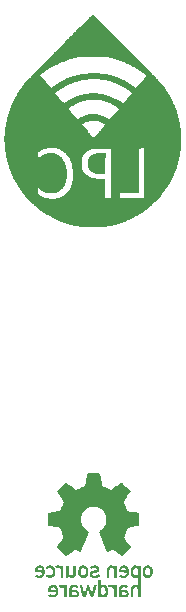
<source format=gbo>
G04 Layer: BottomSilkLayer*
G04 EasyEDA v6.3.53, 2020-07-02T17:27:03+02:00*
G04 cd291f7992904801b7ca3d7210451973,0d0e7d196270479aaefd99a7cd6f8dc4,10*
G04 Gerber Generator version 0.2*
G04 Scale: 100 percent, Rotated: No, Reflected: No *
G04 Dimensions in millimeters *
G04 leading zeros omitted , absolute positions ,3 integer and 3 decimal *
%FSLAX33Y33*%
%MOMM*%
G90*
G71D02*


%LPD*%

%LPD*%
G36*
G01X28153Y14091D02*
G01X27809Y14091D01*
G01X27679Y14090D01*
G01X27585Y14087D01*
G01X27520Y14081D01*
G01X27479Y14072D01*
G01X27455Y14058D01*
G01X27443Y14040D01*
G01X27436Y14015D01*
G01X27430Y13990D01*
G01X27422Y13949D01*
G01X27411Y13893D01*
G01X27398Y13826D01*
G01X27383Y13749D01*
G01X27367Y13664D01*
G01X27350Y13573D01*
G01X27332Y13480D01*
G01X27315Y13387D01*
G01X27298Y13301D01*
G01X27283Y13223D01*
G01X27269Y13154D01*
G01X27258Y13097D01*
G01X27249Y13054D01*
G01X27242Y13026D01*
G01X27239Y13015D01*
G01X27230Y13010D01*
G01X27207Y13001D01*
G01X27172Y12986D01*
G01X27126Y12967D01*
G01X27071Y12944D01*
G01X27008Y12919D01*
G01X26939Y12891D01*
G01X26866Y12862D01*
G01X26501Y12714D01*
G01X26106Y12985D01*
G01X26026Y13040D01*
G01X25949Y13093D01*
G01X25877Y13141D01*
G01X25813Y13186D01*
G01X25757Y13224D01*
G01X25711Y13255D01*
G01X25660Y13289D01*
G01X25643Y13294D01*
G01X25618Y13288D01*
G01X25585Y13270D01*
G01X25542Y13239D01*
G01X25487Y13192D01*
G01X25419Y13129D01*
G01X25334Y13047D01*
G01X25233Y12947D01*
G01X24856Y12570D01*
G01X25148Y12145D01*
G01X25206Y12059D01*
G01X25261Y11978D01*
G01X25310Y11902D01*
G01X25353Y11835D01*
G01X25389Y11778D01*
G01X25416Y11733D01*
G01X25433Y11701D01*
G01X25439Y11686D01*
G01X25436Y11671D01*
G01X25427Y11644D01*
G01X25412Y11604D01*
G01X25393Y11554D01*
G01X25370Y11497D01*
G01X25344Y11432D01*
G01X25314Y11361D01*
G01X25283Y11287D01*
G01X25232Y11170D01*
G01X25191Y11081D01*
G01X25158Y11016D01*
G01X25130Y10970D01*
G01X25103Y10940D01*
G01X25074Y10922D01*
G01X25041Y10910D01*
G01X25001Y10902D01*
G01X24968Y10896D01*
G01X24922Y10887D01*
G01X24865Y10877D01*
G01X24800Y10865D01*
G01X24727Y10851D01*
G01X24651Y10837D01*
G01X24571Y10822D01*
G01X24492Y10808D01*
G01X24108Y10737D01*
G01X24108Y9663D01*
G01X24440Y9605D01*
G01X24511Y9592D01*
G01X24583Y9579D01*
G01X24655Y9565D01*
G01X24725Y9552D01*
G01X24791Y9539D01*
G01X24850Y9527D01*
G01X24902Y9516D01*
G01X24942Y9507D01*
G01X25111Y9467D01*
G01X25256Y9108D01*
G01X25286Y9035D01*
G01X25313Y8965D01*
G01X25338Y8899D01*
G01X25359Y8838D01*
G01X25377Y8786D01*
G01X25391Y8743D01*
G01X25400Y8711D01*
G01X25403Y8692D01*
G01X25398Y8672D01*
G01X25382Y8638D01*
G01X25357Y8591D01*
G01X25324Y8533D01*
G01X25283Y8466D01*
G01X25237Y8393D01*
G01X25186Y8314D01*
G01X25131Y8233D01*
G01X24856Y7831D01*
G01X25608Y7079D01*
G01X26019Y7360D01*
G01X26429Y7642D01*
G01X26637Y7537D01*
G01X26718Y7497D01*
G01X26786Y7466D01*
G01X26833Y7447D01*
G01X26852Y7442D01*
G01X26855Y7448D01*
G01X26861Y7462D01*
G01X26871Y7484D01*
G01X26883Y7514D01*
G01X26899Y7551D01*
G01X26917Y7595D01*
G01X26962Y7700D01*
G01X26987Y7761D01*
G01X27015Y7828D01*
G01X27044Y7898D01*
G01X27075Y7973D01*
G01X27108Y8052D01*
G01X27142Y8134D01*
G01X27178Y8218D01*
G01X27213Y8305D01*
G01X27567Y9156D01*
G01X27469Y9226D01*
G01X27417Y9264D01*
G01X27369Y9303D01*
G01X27323Y9340D01*
G01X27280Y9378D01*
G01X27239Y9416D01*
G01X27202Y9453D01*
G01X27167Y9492D01*
G01X27134Y9531D01*
G01X27103Y9571D01*
G01X27075Y9611D01*
G01X27048Y9653D01*
G01X27024Y9695D01*
G01X26993Y9752D01*
G01X26970Y9802D01*
G01X26952Y9850D01*
G01X26939Y9899D01*
G01X26931Y9955D01*
G01X26926Y10020D01*
G01X26924Y10101D01*
G01X26924Y10300D01*
G01X26926Y10381D01*
G01X26931Y10447D01*
G01X26939Y10502D01*
G01X26952Y10552D01*
G01X26970Y10599D01*
G01X26993Y10649D01*
G01X27024Y10707D01*
G01X27054Y10757D01*
G01X27085Y10805D01*
G01X27119Y10851D01*
G01X27154Y10894D01*
G01X27190Y10935D01*
G01X27229Y10974D01*
G01X27269Y11010D01*
G01X27310Y11044D01*
G01X27352Y11076D01*
G01X27396Y11105D01*
G01X27441Y11132D01*
G01X27487Y11157D01*
G01X27534Y11179D01*
G01X27581Y11199D01*
G01X27630Y11217D01*
G01X27679Y11232D01*
G01X27728Y11245D01*
G01X27778Y11256D01*
G01X27829Y11264D01*
G01X27880Y11269D01*
G01X27930Y11273D01*
G01X27981Y11274D01*
G01X28032Y11273D01*
G01X28083Y11269D01*
G01X28134Y11264D01*
G01X28184Y11256D01*
G01X28234Y11245D01*
G01X28284Y11232D01*
G01X28333Y11217D01*
G01X28381Y11199D01*
G01X28429Y11179D01*
G01X28476Y11157D01*
G01X28522Y11132D01*
G01X28566Y11105D01*
G01X28610Y11076D01*
G01X28653Y11044D01*
G01X28694Y11010D01*
G01X28734Y10974D01*
G01X28772Y10935D01*
G01X28809Y10894D01*
G01X28844Y10851D01*
G01X28878Y10805D01*
G01X28909Y10757D01*
G01X28939Y10707D01*
G01X28969Y10649D01*
G01X28993Y10599D01*
G01X29011Y10552D01*
G01X29024Y10502D01*
G01X29032Y10447D01*
G01X29037Y10381D01*
G01X29039Y10300D01*
G01X29039Y10101D01*
G01X29037Y10020D01*
G01X29032Y9955D01*
G01X29024Y9899D01*
G01X29011Y9850D01*
G01X28993Y9802D01*
G01X28970Y9752D01*
G01X28939Y9695D01*
G01X28914Y9653D01*
G01X28888Y9611D01*
G01X28859Y9571D01*
G01X28829Y9531D01*
G01X28796Y9492D01*
G01X28761Y9453D01*
G01X28723Y9416D01*
G01X28683Y9378D01*
G01X28640Y9340D01*
G01X28594Y9303D01*
G01X28546Y9264D01*
G01X28494Y9226D01*
G01X28396Y9156D01*
G01X28750Y8305D01*
G01X28785Y8218D01*
G01X28821Y8134D01*
G01X28854Y8052D01*
G01X28887Y7973D01*
G01X28918Y7898D01*
G01X28948Y7828D01*
G01X28976Y7761D01*
G01X29001Y7700D01*
G01X29025Y7644D01*
G01X29045Y7595D01*
G01X29064Y7551D01*
G01X29079Y7514D01*
G01X29092Y7484D01*
G01X29102Y7462D01*
G01X29108Y7448D01*
G01X29110Y7442D01*
G01X29130Y7446D01*
G01X29176Y7466D01*
G01X29244Y7497D01*
G01X29324Y7536D01*
G01X29531Y7640D01*
G01X30355Y7080D01*
G01X31106Y7831D01*
G01X30832Y8233D01*
G01X30777Y8314D01*
G01X30726Y8392D01*
G01X30679Y8465D01*
G01X30639Y8530D01*
G01X30605Y8586D01*
G01X30580Y8631D01*
G01X30564Y8664D01*
G01X30558Y8682D01*
G01X30561Y8699D01*
G01X30569Y8729D01*
G01X30600Y8822D01*
G01X30622Y8882D01*
G01X30646Y8948D01*
G01X30673Y9019D01*
G01X30702Y9093D01*
G01X30738Y9183D01*
G01X30771Y9259D01*
G01X30801Y9324D01*
G01X30828Y9377D01*
G01X30853Y9419D01*
G01X30875Y9450D01*
G01X30896Y9471D01*
G01X30915Y9482D01*
G01X30938Y9489D01*
G01X30976Y9499D01*
G01X31029Y9510D01*
G01X31092Y9523D01*
G01X31165Y9539D01*
G01X31246Y9554D01*
G01X31331Y9571D01*
G01X31420Y9587D01*
G01X31855Y9666D01*
G01X31855Y10739D01*
G01X31727Y10762D01*
G01X31694Y10768D01*
G01X31647Y10777D01*
G01X31590Y10787D01*
G01X31524Y10799D01*
G01X31452Y10812D01*
G01X31376Y10827D01*
G01X31218Y10855D01*
G01X30836Y10927D01*
G01X30680Y11289D01*
G01X30648Y11362D01*
G01X30619Y11432D01*
G01X30593Y11497D01*
G01X30569Y11555D01*
G01X30551Y11604D01*
G01X30536Y11644D01*
G01X30527Y11671D01*
G01X30524Y11686D01*
G01X30530Y11701D01*
G01X30547Y11733D01*
G01X30574Y11778D01*
G01X30610Y11835D01*
G01X30653Y11902D01*
G01X30702Y11978D01*
G01X30757Y12059D01*
G01X30815Y12145D01*
G01X31106Y12570D01*
G01X30730Y12947D01*
G01X30628Y13047D01*
G01X30544Y13129D01*
G01X30475Y13192D01*
G01X30420Y13239D01*
G01X30377Y13270D01*
G01X30344Y13288D01*
G01X30320Y13294D01*
G01X30303Y13289D01*
G01X30284Y13277D01*
G01X30251Y13255D01*
G01X30151Y13186D01*
G01X30086Y13142D01*
G01X30015Y13093D01*
G01X29938Y13040D01*
G01X29858Y12986D01*
G01X29465Y12716D01*
G01X29090Y12863D01*
G01X29014Y12893D01*
G01X28944Y12920D01*
G01X28881Y12946D01*
G01X28825Y12969D01*
G01X28779Y12988D01*
G01X28745Y13003D01*
G01X28723Y13012D01*
G01X28715Y13017D01*
G01X28713Y13030D01*
G01X28708Y13062D01*
G01X28699Y13109D01*
G01X28688Y13170D01*
G01X28675Y13242D01*
G01X28660Y13322D01*
G01X28644Y13408D01*
G01X28627Y13497D01*
G01X28611Y13586D01*
G01X28594Y13673D01*
G01X28578Y13756D01*
G01X28563Y13832D01*
G01X28551Y13898D01*
G01X28540Y13953D01*
G01X28532Y13992D01*
G01X28527Y14015D01*
G01X28520Y14040D01*
G01X28507Y14058D01*
G01X28484Y14072D01*
G01X28442Y14081D01*
G01X28377Y14087D01*
G01X28283Y14090D01*
G01X28153Y14091D01*
G37*

%LPD*%
G36*
G01X25006Y6292D02*
G01X24946Y6304D01*
G01X24889Y6295D01*
G01X24812Y6265D01*
G01X24715Y6224D01*
G01X24783Y6139D01*
G01X24822Y6099D01*
G01X24863Y6074D01*
G01X24912Y6064D01*
G01X24976Y6066D01*
G01X25024Y6069D01*
G01X25063Y6068D01*
G01X25097Y6063D01*
G01X25125Y6052D01*
G01X25147Y6035D01*
G01X25164Y6009D01*
G01X25178Y5974D01*
G01X25187Y5928D01*
G01X25193Y5872D01*
G01X25197Y5803D01*
G01X25199Y5721D01*
G01X25200Y5623D01*
G01X25200Y5252D01*
G01X25405Y5252D01*
G01X25405Y6276D01*
G01X25302Y6276D01*
G01X25262Y6273D01*
G01X25230Y6266D01*
G01X25208Y6256D01*
G01X25200Y6243D01*
G01X25191Y6234D01*
G01X25167Y6235D01*
G01X25132Y6243D01*
G01X25089Y6259D01*
G01X25006Y6292D01*
G37*

%LPD*%
G36*
G01X29511Y6293D02*
G01X29454Y6305D01*
G01X29397Y6294D01*
G01X29314Y6261D01*
G01X29271Y6241D01*
G01X29234Y6218D01*
G01X29202Y6192D01*
G01X29175Y6161D01*
G01X29153Y6124D01*
G01X29134Y6081D01*
G01X29120Y6029D01*
G01X29108Y5970D01*
G01X29100Y5901D01*
G01X29095Y5822D01*
G01X29092Y5732D01*
G01X29091Y5629D01*
G01X29091Y5252D01*
G01X29295Y5252D01*
G01X29296Y5568D01*
G01X29297Y5657D01*
G01X29300Y5736D01*
G01X29305Y5804D01*
G01X29313Y5863D01*
G01X29323Y5912D01*
G01X29336Y5954D01*
G01X29353Y5987D01*
G01X29373Y6014D01*
G01X29397Y6034D01*
G01X29425Y6049D01*
G01X29457Y6059D01*
G01X29494Y6065D01*
G01X29539Y6068D01*
G01X29576Y6067D01*
G01X29607Y6062D01*
G01X29633Y6051D01*
G01X29654Y6033D01*
G01X29671Y6007D01*
G01X29683Y5972D01*
G01X29693Y5926D01*
G01X29699Y5870D01*
G01X29702Y5801D01*
G01X29704Y5720D01*
G01X29705Y5623D01*
G01X29705Y5252D01*
G01X29944Y5252D01*
G01X29944Y6276D01*
G01X29824Y6276D01*
G01X29778Y6273D01*
G01X29740Y6266D01*
G01X29714Y6256D01*
G01X29705Y6243D01*
G01X29696Y6234D01*
G01X29672Y6235D01*
G01X29637Y6243D01*
G01X29594Y6259D01*
G01X29511Y6293D01*
G37*

%LPD*%
G36*
G01X28144Y6291D02*
G01X28078Y6294D01*
G01X28009Y6290D01*
G01X27938Y6280D01*
G01X27870Y6264D01*
G01X27807Y6242D01*
G01X27752Y6214D01*
G01X27659Y6160D01*
G01X27729Y6084D01*
G01X27769Y6045D01*
G01X27802Y6029D01*
G01X27839Y6034D01*
G01X27890Y6057D01*
G01X27955Y6085D01*
G01X28017Y6101D01*
G01X28076Y6106D01*
G01X28128Y6101D01*
G01X28173Y6085D01*
G01X28207Y6060D01*
G01X28230Y6026D01*
G01X28237Y5983D01*
G01X28236Y5953D01*
G01X28229Y5930D01*
G01X28214Y5912D01*
G01X28189Y5897D01*
G01X28150Y5885D01*
G01X28096Y5875D01*
G01X28024Y5864D01*
G01X27930Y5853D01*
G01X27860Y5842D01*
G01X27801Y5822D01*
G01X27753Y5796D01*
G01X27718Y5762D01*
G01X27697Y5730D01*
G01X27680Y5690D01*
G01X27668Y5645D01*
G01X27660Y5596D01*
G01X27657Y5546D01*
G01X27659Y5497D01*
G01X27666Y5449D01*
G01X27678Y5407D01*
G01X27700Y5371D01*
G01X27735Y5339D01*
G01X27780Y5310D01*
G01X27835Y5287D01*
G01X27897Y5268D01*
G01X27964Y5254D01*
G01X28034Y5246D01*
G01X28105Y5244D01*
G01X28176Y5248D01*
G01X28244Y5257D01*
G01X28307Y5274D01*
G01X28364Y5298D01*
G01X28450Y5349D01*
G01X28492Y5393D01*
G01X28494Y5439D01*
G01X28459Y5491D01*
G01X28424Y5527D01*
G01X28392Y5538D01*
G01X28348Y5526D01*
G01X28277Y5489D01*
G01X28199Y5454D01*
G01X28121Y5435D01*
G01X28048Y5428D01*
G01X27983Y5435D01*
G01X27929Y5454D01*
G01X27890Y5485D01*
G01X27868Y5527D01*
G01X27867Y5578D01*
G01X27883Y5612D01*
G01X27919Y5637D01*
G01X27985Y5656D01*
G01X28089Y5672D01*
G01X28177Y5688D01*
G01X28252Y5710D01*
G01X28316Y5738D01*
G01X28367Y5773D01*
G01X28406Y5815D01*
G01X28434Y5864D01*
G01X28451Y5920D01*
G01X28456Y5983D01*
G01X28453Y6031D01*
G01X28444Y6075D01*
G01X28430Y6114D01*
G01X28408Y6150D01*
G01X28381Y6182D01*
G01X28346Y6212D01*
G01X28304Y6239D01*
G01X28254Y6264D01*
G01X28203Y6281D01*
G01X28144Y6291D01*
G37*

%LPD*%
G36*
G01X24329Y6300D02*
G01X24276Y6304D01*
G01X24218Y6296D01*
G01X24139Y6275D01*
G01X24086Y6257D01*
G01X24035Y6233D01*
G01X23991Y6206D01*
G01X23959Y6179D01*
G01X23929Y6143D01*
G01X23921Y6117D01*
G01X23933Y6091D01*
G01X23968Y6057D01*
G01X24003Y6029D01*
G01X24035Y6017D01*
G01X24066Y6019D01*
G01X24103Y6034D01*
G01X24139Y6048D01*
G01X24186Y6060D01*
G01X24239Y6068D01*
G01X24291Y6071D01*
G01X24345Y6067D01*
G01X24392Y6052D01*
G01X24430Y6029D01*
G01X24462Y5996D01*
G01X24486Y5953D01*
G01X24503Y5900D01*
G01X24514Y5837D01*
G01X24517Y5764D01*
G01X24514Y5691D01*
G01X24503Y5628D01*
G01X24486Y5575D01*
G01X24462Y5532D01*
G01X24430Y5499D01*
G01X24392Y5475D01*
G01X24345Y5461D01*
G01X24291Y5456D01*
G01X24239Y5459D01*
G01X24186Y5468D01*
G01X24139Y5479D01*
G01X24103Y5494D01*
G01X24066Y5509D01*
G01X24035Y5510D01*
G01X24003Y5498D01*
G01X23968Y5471D01*
G01X23933Y5437D01*
G01X23921Y5411D01*
G01X23929Y5385D01*
G01X23959Y5349D01*
G01X23992Y5318D01*
G01X24029Y5292D01*
G01X24072Y5272D01*
G01X24117Y5256D01*
G01X24166Y5246D01*
G01X24217Y5241D01*
G01X24271Y5240D01*
G01X24326Y5245D01*
G01X24381Y5255D01*
G01X24437Y5271D01*
G01X24492Y5291D01*
G01X24546Y5317D01*
G01X24587Y5345D01*
G01X24623Y5383D01*
G01X24655Y5430D01*
G01X24682Y5485D01*
G01X24704Y5546D01*
G01X24720Y5614D01*
G01X24729Y5687D01*
G01X24733Y5764D01*
G01X24730Y5831D01*
G01X24723Y5895D01*
G01X24711Y5955D01*
G01X24693Y6011D01*
G01X24672Y6061D01*
G01X24645Y6108D01*
G01X24615Y6150D01*
G01X24579Y6187D01*
G01X24539Y6219D01*
G01X24496Y6247D01*
G01X24448Y6269D01*
G01X24396Y6285D01*
G01X24329Y6300D01*
G37*

%LPD*%
G36*
G01X25848Y6276D02*
G01X25643Y6276D01*
G01X25643Y5252D01*
G01X25746Y5252D01*
G01X25789Y5255D01*
G01X25821Y5264D01*
G01X25841Y5279D01*
G01X25848Y5299D01*
G01X25854Y5319D01*
G01X25874Y5323D01*
G01X25914Y5311D01*
G01X25977Y5282D01*
G01X26046Y5252D01*
G01X26105Y5237D01*
G01X26164Y5239D01*
G01X26233Y5254D01*
G01X26281Y5269D01*
G01X26322Y5287D01*
G01X26358Y5309D01*
G01X26388Y5336D01*
G01X26413Y5369D01*
G01X26434Y5410D01*
G01X26451Y5459D01*
G01X26464Y5518D01*
G01X26474Y5588D01*
G01X26482Y5669D01*
G01X26488Y5764D01*
G01X26492Y5873D01*
G01X26504Y6276D01*
G01X26258Y6276D01*
G01X26258Y5907D01*
G01X26256Y5771D01*
G01X26252Y5665D01*
G01X26243Y5585D01*
G01X26227Y5529D01*
G01X26203Y5491D01*
G01X26169Y5470D01*
G01X26123Y5459D01*
G01X26065Y5456D01*
G01X26024Y5458D01*
G01X25988Y5465D01*
G01X25957Y5477D01*
G01X25931Y5495D01*
G01X25909Y5520D01*
G01X25891Y5552D01*
G01X25877Y5592D01*
G01X25865Y5641D01*
G01X25858Y5700D01*
G01X25852Y5769D01*
G01X25849Y5850D01*
G01X25848Y5942D01*
G01X25848Y6276D01*
G37*

%LPD*%
G36*
G01X27122Y6295D02*
G01X27067Y6295D01*
G01X27012Y6288D01*
G01X26960Y6274D01*
G01X26908Y6255D01*
G01X26860Y6229D01*
G01X26815Y6197D01*
G01X26775Y6159D01*
G01X26740Y6116D01*
G01X26711Y6068D01*
G01X26694Y6018D01*
G01X26681Y5944D01*
G01X26672Y5854D01*
G01X26668Y5760D01*
G01X26671Y5644D01*
G01X26683Y5557D01*
G01X26707Y5486D01*
G01X26746Y5419D01*
G01X26789Y5364D01*
G01X26839Y5319D01*
G01X26895Y5283D01*
G01X26956Y5257D01*
G01X27020Y5242D01*
G01X27087Y5236D01*
G01X27156Y5242D01*
G01X27225Y5259D01*
G01X27294Y5286D01*
G01X27352Y5320D01*
G01X27399Y5361D01*
G01X27438Y5411D01*
G01X27468Y5471D01*
G01X27490Y5542D01*
G01X27505Y5626D01*
G01X27513Y5722D01*
G01X27515Y5790D01*
G01X27513Y5852D01*
G01X27507Y5910D01*
G01X27498Y5964D01*
G01X27485Y6013D01*
G01X27468Y6058D01*
G01X27447Y6099D01*
G01X27423Y6137D01*
G01X27394Y6170D01*
G01X27361Y6201D01*
G01X27323Y6228D01*
G01X27282Y6252D01*
G01X27230Y6274D01*
G01X27176Y6288D01*
G01X27122Y6295D01*
G37*

%LPC*%
G36*
G01X27147Y6066D02*
G01X27094Y6071D01*
G01X27039Y6067D01*
G01X26993Y6053D01*
G01X26956Y6029D01*
G01X26926Y5995D01*
G01X26905Y5953D01*
G01X26888Y5896D01*
G01X26876Y5830D01*
G01X26872Y5764D01*
G01X26876Y5691D01*
G01X26886Y5629D01*
G01X26903Y5576D01*
G01X26927Y5533D01*
G01X26958Y5499D01*
G01X26996Y5476D01*
G01X27042Y5462D01*
G01X27094Y5456D01*
G01X27147Y5462D01*
G01X27192Y5476D01*
G01X27230Y5499D01*
G01X27261Y5533D01*
G01X27285Y5576D01*
G01X27302Y5629D01*
G01X27313Y5691D01*
G01X27316Y5764D01*
G01X27313Y5836D01*
G01X27302Y5899D01*
G01X27285Y5952D01*
G01X27261Y5995D01*
G01X27230Y6028D01*
G01X27192Y6052D01*
G01X27147Y6066D01*
G37*

%LPD*%
G36*
G01X32605Y6302D02*
G01X32566Y6306D01*
G01X32526Y6304D01*
G01X32484Y6296D01*
G01X32437Y6281D01*
G01X32384Y6261D01*
G01X32342Y6241D01*
G01X32304Y6217D01*
G01X32270Y6189D01*
G01X32240Y6158D01*
G01X32213Y6123D01*
G01X32190Y6085D01*
G01X32171Y6042D01*
G01X32155Y5994D01*
G01X32144Y5943D01*
G01X32135Y5886D01*
G01X32130Y5826D01*
G01X32128Y5760D01*
G01X32132Y5644D01*
G01X32144Y5557D01*
G01X32168Y5486D01*
G01X32206Y5419D01*
G01X32250Y5364D01*
G01X32300Y5319D01*
G01X32356Y5283D01*
G01X32416Y5257D01*
G01X32481Y5242D01*
G01X32548Y5236D01*
G01X32616Y5242D01*
G01X32686Y5259D01*
G01X32755Y5286D01*
G01X32812Y5320D01*
G01X32860Y5361D01*
G01X32899Y5411D01*
G01X32929Y5471D01*
G01X32951Y5542D01*
G01X32966Y5626D01*
G01X32974Y5722D01*
G01X32975Y5790D01*
G01X32973Y5853D01*
G01X32968Y5911D01*
G01X32959Y5964D01*
G01X32946Y6014D01*
G01X32929Y6058D01*
G01X32908Y6100D01*
G01X32883Y6137D01*
G01X32854Y6170D01*
G01X32821Y6200D01*
G01X32784Y6227D01*
G01X32743Y6250D01*
G01X32692Y6274D01*
G01X32647Y6291D01*
G01X32605Y6302D01*
G37*

%LPC*%
G36*
G01X32613Y6066D02*
G01X32564Y6071D01*
G01X32518Y6067D01*
G01X32471Y6054D01*
G01X32428Y6037D01*
G01X32395Y6014D01*
G01X32367Y5979D01*
G01X32347Y5931D01*
G01X32336Y5867D01*
G01X32333Y5783D01*
G01X32336Y5704D01*
G01X32346Y5636D01*
G01X32363Y5580D01*
G01X32386Y5535D01*
G01X32417Y5500D01*
G01X32455Y5476D01*
G01X32501Y5462D01*
G01X32555Y5456D01*
G01X32607Y5462D01*
G01X32652Y5476D01*
G01X32690Y5499D01*
G01X32722Y5533D01*
G01X32746Y5576D01*
G01X32763Y5629D01*
G01X32773Y5691D01*
G01X32777Y5764D01*
G01X32773Y5835D01*
G01X32763Y5897D01*
G01X32746Y5949D01*
G01X32723Y5993D01*
G01X32692Y6027D01*
G01X32656Y6051D01*
G01X32613Y6066D01*
G37*

%LPD*%
G36*
G01X23430Y6298D02*
G01X23377Y6298D01*
G01X23324Y6291D01*
G01X23274Y6277D01*
G01X23225Y6257D01*
G01X23180Y6230D01*
G01X23138Y6198D01*
G01X23100Y6161D01*
G01X23066Y6118D01*
G01X23037Y6070D01*
G01X23013Y6018D01*
G01X22996Y5962D01*
G01X22985Y5903D01*
G01X22981Y5840D01*
G01X22981Y5696D01*
G01X23306Y5696D01*
G01X23405Y5695D01*
G01X23482Y5694D01*
G01X23539Y5691D01*
G01X23579Y5685D01*
G01X23606Y5677D01*
G01X23621Y5665D01*
G01X23628Y5650D01*
G01X23630Y5630D01*
G01X23605Y5566D01*
G01X23544Y5498D01*
G01X23467Y5444D01*
G01X23395Y5423D01*
G01X23365Y5427D01*
G01X23326Y5438D01*
G01X23283Y5455D01*
G01X23239Y5475D01*
G01X23183Y5502D01*
G01X23144Y5509D01*
G01X23110Y5494D01*
G01X23069Y5456D01*
G01X23030Y5414D01*
G01X23016Y5387D01*
G01X23028Y5364D01*
G01X23065Y5335D01*
G01X23106Y5309D01*
G01X23154Y5286D01*
G01X23206Y5267D01*
G01X23260Y5252D01*
G01X23316Y5242D01*
G01X23371Y5236D01*
G01X23424Y5236D01*
G01X23472Y5242D01*
G01X23531Y5257D01*
G01X23585Y5276D01*
G01X23634Y5301D01*
G01X23676Y5331D01*
G01X23714Y5366D01*
G01X23746Y5407D01*
G01X23774Y5453D01*
G01X23796Y5505D01*
G01X23813Y5563D01*
G01X23825Y5627D01*
G01X23832Y5696D01*
G01X23835Y5772D01*
G01X23831Y5854D01*
G01X23819Y5931D01*
G01X23799Y6002D01*
G01X23772Y6066D01*
G01X23737Y6123D01*
G01X23696Y6174D01*
G01X23648Y6217D01*
G01X23593Y6251D01*
G01X23539Y6275D01*
G01X23484Y6291D01*
G01X23430Y6298D01*
G37*

%LPC*%
G36*
G01X23446Y6100D02*
G01X23406Y6102D01*
G01X23365Y6094D01*
G01X23327Y6078D01*
G01X23290Y6051D01*
G01X23257Y6015D01*
G01X23229Y5978D01*
G01X23207Y5943D01*
G01X23192Y5914D01*
G01X23186Y5896D01*
G01X23204Y5884D01*
G01X23251Y5875D01*
G01X23322Y5868D01*
G01X23408Y5866D01*
G01X23490Y5868D01*
G01X23553Y5875D01*
G01X23598Y5886D01*
G01X23625Y5903D01*
G01X23634Y5926D01*
G01X23626Y5956D01*
G01X23602Y5992D01*
G01X23562Y6037D01*
G01X23524Y6068D01*
G01X23486Y6089D01*
G01X23446Y6100D01*
G37*

%LPD*%
G36*
G01X30642Y6285D02*
G01X30569Y6293D01*
G01X30478Y6285D01*
G01X30387Y6265D01*
G01X30309Y6235D01*
G01X30271Y6209D01*
G01X30235Y6173D01*
G01X30202Y6128D01*
G01X30173Y6076D01*
G01X30149Y6019D01*
G01X30131Y5960D01*
G01X30119Y5900D01*
G01X30115Y5840D01*
G01X30115Y5696D01*
G01X30439Y5696D01*
G01X30559Y5694D01*
G01X30651Y5688D01*
G01X30715Y5677D01*
G01X30754Y5661D01*
G01X30768Y5636D01*
G01X30759Y5603D01*
G01X30729Y5560D01*
G01X30679Y5506D01*
G01X30642Y5474D01*
G01X30604Y5450D01*
G01X30564Y5434D01*
G01X30524Y5426D01*
G01X30483Y5427D01*
G01X30441Y5436D01*
G01X30400Y5452D01*
G01X30358Y5478D01*
G01X30312Y5507D01*
G01X30279Y5514D01*
G01X30247Y5499D01*
G01X30205Y5459D01*
G01X30164Y5415D01*
G01X30150Y5387D01*
G01X30161Y5364D01*
G01X30199Y5335D01*
G01X30246Y5303D01*
G01X30296Y5278D01*
G01X30347Y5258D01*
G01X30400Y5245D01*
G01X30453Y5237D01*
G01X30505Y5234D01*
G01X30558Y5237D01*
G01X30609Y5246D01*
G01X30659Y5260D01*
G01X30706Y5279D01*
G01X30751Y5302D01*
G01X30792Y5330D01*
G01X30829Y5364D01*
G01X30862Y5402D01*
G01X30890Y5444D01*
G01X30912Y5490D01*
G01X30935Y5554D01*
G01X30951Y5620D01*
G01X30962Y5684D01*
G01X30967Y5748D01*
G01X30966Y5811D01*
G01X30960Y5872D01*
G01X30948Y5932D01*
G01X30932Y5989D01*
G01X30911Y6042D01*
G01X30885Y6092D01*
G01X30854Y6138D01*
G01X30820Y6179D01*
G01X30781Y6214D01*
G01X30739Y6244D01*
G01X30692Y6268D01*
G01X30642Y6285D01*
G37*

%LPC*%
G36*
G01X30584Y6094D02*
G01X30544Y6102D01*
G01X30503Y6100D01*
G01X30463Y6089D01*
G01X30425Y6068D01*
G01X30388Y6037D01*
G01X30347Y5992D01*
G01X30323Y5956D01*
G01X30315Y5926D01*
G01X30325Y5903D01*
G01X30351Y5886D01*
G01X30396Y5875D01*
G01X30459Y5868D01*
G01X30541Y5866D01*
G01X30627Y5868D01*
G01X30698Y5875D01*
G01X30746Y5884D01*
G01X30763Y5896D01*
G01X30757Y5914D01*
G01X30742Y5943D01*
G01X30720Y5978D01*
G01X30692Y6015D01*
G01X30659Y6051D01*
G01X30622Y6078D01*
G01X30584Y6094D01*
G37*

%LPD*%
G36*
G01X25678Y4638D02*
G01X25575Y4638D01*
G01X25530Y4634D01*
G01X25498Y4624D01*
G01X25479Y4608D01*
G01X25473Y4584D01*
G01X25471Y4557D01*
G01X25460Y4548D01*
G01X25438Y4557D01*
G01X25397Y4584D01*
G01X25361Y4604D01*
G01X25316Y4619D01*
G01X25266Y4629D01*
G01X25213Y4635D01*
G01X25160Y4636D01*
G01X25111Y4631D01*
G01X25068Y4622D01*
G01X25034Y4607D01*
G01X25013Y4589D01*
G01X25007Y4567D01*
G01X25018Y4536D01*
G01X25045Y4491D01*
G01X25078Y4447D01*
G01X25113Y4423D01*
G01X25157Y4416D01*
G01X25220Y4423D01*
G01X25278Y4428D01*
G01X25326Y4424D01*
G01X25368Y4408D01*
G01X25406Y4381D01*
G01X25425Y4360D01*
G01X25441Y4337D01*
G01X25453Y4308D01*
G01X25461Y4269D01*
G01X25467Y4219D01*
G01X25471Y4154D01*
G01X25472Y4071D01*
G01X25473Y3966D01*
G01X25473Y3613D01*
G01X25678Y3613D01*
G01X25678Y4638D01*
G37*

%LPD*%
G36*
G01X29910Y4638D02*
G01X29790Y4638D01*
G01X29744Y4634D01*
G01X29706Y4627D01*
G01X29680Y4616D01*
G01X29671Y4602D01*
G01X29667Y4588D01*
G01X29655Y4584D01*
G01X29634Y4588D01*
G01X29605Y4602D01*
G01X29568Y4617D01*
G01X29521Y4627D01*
G01X29468Y4633D01*
G01X29411Y4636D01*
G01X29355Y4634D01*
G01X29304Y4628D01*
G01X29260Y4619D01*
G01X29228Y4605D01*
G01X29205Y4585D01*
G01X29200Y4564D01*
G01X29216Y4535D01*
G01X29253Y4492D01*
G01X29295Y4454D01*
G01X29338Y4432D01*
G01X29387Y4423D01*
G01X29449Y4426D01*
G01X29495Y4430D01*
G01X29535Y4431D01*
G01X29568Y4426D01*
G01X29595Y4416D01*
G01X29617Y4398D01*
G01X29635Y4372D01*
G01X29648Y4337D01*
G01X29658Y4291D01*
G01X29664Y4234D01*
G01X29668Y4165D01*
G01X29670Y4082D01*
G01X29671Y3985D01*
G01X29671Y3613D01*
G01X29910Y3613D01*
G01X29910Y4638D01*
G37*

%LPD*%
G36*
G01X31524Y6293D02*
G01X31467Y6305D01*
G01X31409Y6294D01*
G01X31324Y6260D01*
G01X31271Y6232D01*
G01X31226Y6195D01*
G01X31188Y6149D01*
G01X31157Y6092D01*
G01X31134Y6026D01*
G01X31117Y5950D01*
G01X31107Y5862D01*
G01X31104Y5764D01*
G01X31107Y5664D01*
G01X31118Y5575D01*
G01X31134Y5499D01*
G01X31158Y5433D01*
G01X31189Y5377D01*
G01X31228Y5331D01*
G01X31276Y5294D01*
G01X31331Y5265D01*
G01X31402Y5238D01*
G01X31458Y5229D01*
G01X31514Y5237D01*
G01X31588Y5263D01*
G01X31719Y5315D01*
G01X31719Y4821D01*
G01X31717Y4732D01*
G01X31714Y4667D01*
G01X31709Y4624D01*
G01X31701Y4599D01*
G01X31690Y4590D01*
G01X31674Y4592D01*
G01X31652Y4602D01*
G01X31615Y4617D01*
G01X31569Y4628D01*
G01X31517Y4634D01*
G01X31461Y4636D01*
G01X31407Y4634D01*
G01X31354Y4627D01*
G01X31308Y4616D01*
G01X31270Y4600D01*
G01X31242Y4582D01*
G01X31216Y4559D01*
G01X31194Y4530D01*
G01X31174Y4496D01*
G01X31157Y4455D01*
G01X31142Y4408D01*
G01X31130Y4355D01*
G01X31121Y4294D01*
G01X31113Y4226D01*
G01X31108Y4150D01*
G01X31105Y4066D01*
G01X31104Y3973D01*
G01X31104Y3613D01*
G01X31309Y3613D01*
G01X31310Y3929D01*
G01X31311Y4019D01*
G01X31314Y4098D01*
G01X31319Y4166D01*
G01X31326Y4225D01*
G01X31336Y4274D01*
G01X31350Y4315D01*
G01X31366Y4349D01*
G01X31387Y4375D01*
G01X31411Y4396D01*
G01X31439Y4411D01*
G01X31471Y4421D01*
G01X31508Y4427D01*
G01X31552Y4430D01*
G01X31589Y4429D01*
G01X31621Y4424D01*
G01X31647Y4412D01*
G01X31668Y4394D01*
G01X31684Y4368D01*
G01X31697Y4333D01*
G01X31706Y4288D01*
G01X31712Y4232D01*
G01X31716Y4163D01*
G01X31718Y4081D01*
G01X31719Y3985D01*
G01X31719Y3613D01*
G01X31957Y3613D01*
G01X31957Y6276D01*
G01X31838Y6276D01*
G01X31792Y6273D01*
G01X31754Y6266D01*
G01X31728Y6256D01*
G01X31719Y6243D01*
G01X31710Y6234D01*
G01X31686Y6235D01*
G01X31651Y6243D01*
G01X31608Y6259D01*
G01X31524Y6293D01*
G37*

%LPC*%
G36*
G01X31612Y6062D02*
G01X31523Y6069D01*
G01X31435Y6053D01*
G01X31373Y6015D01*
G01X31354Y5978D01*
G01X31339Y5920D01*
G01X31329Y5847D01*
G01X31326Y5764D01*
G01X31329Y5681D01*
G01X31339Y5608D01*
G01X31354Y5550D01*
G01X31373Y5513D01*
G01X31404Y5487D01*
G01X31443Y5469D01*
G01X31488Y5458D01*
G01X31536Y5456D01*
G01X31583Y5462D01*
G01X31625Y5475D01*
G01X31660Y5495D01*
G01X31683Y5522D01*
G01X31699Y5569D01*
G01X31710Y5633D01*
G01X31716Y5710D01*
G01X31717Y5792D01*
G01X31714Y5871D01*
G01X31706Y5942D01*
G01X31694Y5997D01*
G01X31678Y6030D01*
G01X31612Y6062D01*
G37*

%LPD*%
G36*
G01X26993Y4638D02*
G01X26878Y4638D01*
G01X26823Y4635D01*
G01X26791Y4627D01*
G01X26778Y4611D01*
G01X26782Y4587D01*
G01X26789Y4567D01*
G01X26801Y4531D01*
G01X26817Y4480D01*
G01X26838Y4416D01*
G01X26862Y4341D01*
G01X26888Y4258D01*
G01X26916Y4169D01*
G01X26945Y4075D01*
G01X26992Y3926D01*
G01X27029Y3813D01*
G01X27058Y3731D01*
G01X27083Y3675D01*
G01X27105Y3641D01*
G01X27128Y3622D01*
G01X27155Y3615D01*
G01X27187Y3613D01*
G01X27225Y3617D01*
G01X27259Y3626D01*
G01X27285Y3640D01*
G01X27298Y3656D01*
G01X27312Y3698D01*
G01X27337Y3780D01*
G01X27371Y3890D01*
G01X27409Y4017D01*
G01X27506Y4335D01*
G01X27608Y3983D01*
G01X27641Y3870D01*
G01X27668Y3784D01*
G01X27691Y3722D01*
G01X27710Y3678D01*
G01X27731Y3650D01*
G01X27753Y3633D01*
G01X27780Y3625D01*
G01X27813Y3621D01*
G01X27916Y3610D01*
G01X28058Y4067D01*
G01X28087Y4160D01*
G01X28115Y4248D01*
G01X28142Y4331D01*
G01X28165Y4406D01*
G01X28186Y4470D01*
G01X28203Y4522D01*
G01X28215Y4559D01*
G01X28222Y4580D01*
G01X28229Y4609D01*
G01X28218Y4626D01*
G01X28186Y4635D01*
G01X28129Y4638D01*
G01X28014Y4638D01*
G01X27933Y4322D01*
G01X27900Y4196D01*
G01X27869Y4086D01*
G01X27845Y4004D01*
G01X27829Y3961D01*
G01X27822Y3959D01*
G01X27811Y3972D01*
G01X27797Y3996D01*
G01X27780Y4034D01*
G01X27762Y4081D01*
G01X27740Y4138D01*
G01X27719Y4204D01*
G01X27695Y4277D01*
G01X27661Y4387D01*
G01X27633Y4472D01*
G01X27609Y4535D01*
G01X27589Y4580D01*
G01X27570Y4610D01*
G01X27549Y4627D01*
G01X27528Y4636D01*
G01X27502Y4638D01*
G01X27476Y4636D01*
G01X27454Y4627D01*
G01X27434Y4610D01*
G01X27415Y4581D01*
G01X27394Y4536D01*
G01X27371Y4472D01*
G01X27343Y4388D01*
G01X27310Y4279D01*
G01X27287Y4208D01*
G01X27265Y4143D01*
G01X27244Y4086D01*
G01X27225Y4038D01*
G01X27208Y4001D01*
G01X27195Y3975D01*
G01X27184Y3962D01*
G01X27178Y3963D01*
G01X27162Y4005D01*
G01X27138Y4086D01*
G01X27107Y4196D01*
G01X27074Y4322D01*
G01X26993Y4638D01*
G37*

%LPD*%
G36*
G01X24631Y4630D02*
G01X24564Y4637D01*
G01X24497Y4636D01*
G01X24430Y4625D01*
G01X24367Y4607D01*
G01X24310Y4579D01*
G01X24267Y4549D01*
G01X24228Y4511D01*
G01X24193Y4466D01*
G01X24164Y4416D01*
G01X24140Y4361D01*
G01X24122Y4302D01*
G01X24111Y4242D01*
G01X24108Y4180D01*
G01X24108Y4057D01*
G01X24532Y4057D01*
G01X24610Y4055D01*
G01X24667Y4052D01*
G01X24707Y4047D01*
G01X24733Y4039D01*
G01X24748Y4026D01*
G01X24754Y4010D01*
G01X24756Y3989D01*
G01X24745Y3929D01*
G01X24716Y3879D01*
G01X24671Y3838D01*
G01X24615Y3808D01*
G01X24552Y3792D01*
G01X24485Y3790D01*
G01X24419Y3803D01*
G01X24358Y3835D01*
G01X24316Y3860D01*
G01X24284Y3867D01*
G01X24250Y3853D01*
G01X24205Y3818D01*
G01X24160Y3778D01*
G01X24144Y3752D01*
G01X24155Y3729D01*
G01X24192Y3698D01*
G01X24250Y3660D01*
G01X24310Y3630D01*
G01X24373Y3608D01*
G01X24438Y3595D01*
G01X24502Y3591D01*
G01X24567Y3594D01*
G01X24629Y3606D01*
G01X24689Y3626D01*
G01X24745Y3653D01*
G01X24797Y3688D01*
G01X24843Y3731D01*
G01X24883Y3781D01*
G01X24920Y3846D01*
G01X24944Y3915D01*
G01X24957Y3995D01*
G01X24961Y4094D01*
G01X24959Y4180D01*
G01X24952Y4256D01*
G01X24941Y4323D01*
G01X24925Y4382D01*
G01X24902Y4434D01*
G01X24874Y4480D01*
G01X24839Y4522D01*
G01X24798Y4560D01*
G01X24750Y4592D01*
G01X24693Y4615D01*
G01X24631Y4630D01*
G37*

%LPC*%
G36*
G01X24650Y4430D02*
G01X24579Y4458D01*
G01X24503Y4454D01*
G01X24427Y4417D01*
G01X24397Y4392D01*
G01X24371Y4361D01*
G01X24349Y4328D01*
G01X24337Y4297D01*
G01X24333Y4259D01*
G01X24355Y4238D01*
G01X24418Y4230D01*
G01X24537Y4228D01*
G01X24614Y4230D01*
G01X24674Y4235D01*
G01X24717Y4243D01*
G01X24745Y4257D01*
G01X24757Y4276D01*
G01X24756Y4301D01*
G01X24741Y4333D01*
G01X24714Y4371D01*
G01X24650Y4430D01*
G37*

%LPD*%
G36*
G01X28579Y5047D02*
G01X28340Y5047D01*
G01X28340Y3613D01*
G01X28459Y3613D01*
G01X28505Y3616D01*
G01X28544Y3623D01*
G01X28569Y3633D01*
G01X28579Y3645D01*
G01X28587Y3653D01*
G01X28610Y3652D01*
G01X28644Y3641D01*
G01X28686Y3623D01*
G01X28742Y3600D01*
G01X28796Y3588D01*
G01X28851Y3589D01*
G01X28913Y3600D01*
G01X28973Y3621D01*
G01X29025Y3649D01*
G01X29069Y3688D01*
G01X29107Y3735D01*
G01X29137Y3791D01*
G01X29160Y3858D01*
G01X29176Y3934D01*
G01X29186Y4021D01*
G01X29191Y4099D01*
G01X29191Y4171D01*
G01X29189Y4237D01*
G01X29183Y4298D01*
G01X29174Y4354D01*
G01X29162Y4404D01*
G01X29145Y4450D01*
G01X29126Y4490D01*
G01X29103Y4525D01*
G01X29076Y4555D01*
G01X29046Y4581D01*
G01X29012Y4601D01*
G01X28974Y4617D01*
G01X28933Y4628D01*
G01X28887Y4636D01*
G01X28838Y4638D01*
G01X28777Y4635D01*
G01X28724Y4627D01*
G01X28684Y4617D01*
G01X28664Y4604D01*
G01X28645Y4578D01*
G01X28628Y4567D01*
G01X28613Y4572D01*
G01X28601Y4591D01*
G01X28591Y4624D01*
G01X28584Y4672D01*
G01X28580Y4733D01*
G01X28579Y4808D01*
G01X28579Y5047D01*
G37*

%LPC*%
G36*
G01X28807Y4431D02*
G01X28759Y4433D01*
G01X28713Y4427D01*
G01X28671Y4414D01*
G01X28637Y4394D01*
G01X28614Y4367D01*
G01X28600Y4325D01*
G01X28589Y4260D01*
G01X28582Y4180D01*
G01X28579Y4094D01*
G01X28582Y3983D01*
G01X28593Y3913D01*
G01X28619Y3868D01*
G01X28665Y3831D01*
G01X28708Y3810D01*
G01X28750Y3799D01*
G01X28792Y3800D01*
G01X28833Y3810D01*
G01X28871Y3830D01*
G01X28905Y3860D01*
G01X28935Y3899D01*
G01X28958Y3946D01*
G01X28971Y3994D01*
G01X28978Y4051D01*
G01X28980Y4114D01*
G01X28977Y4179D01*
G01X28970Y4242D01*
G01X28957Y4299D01*
G01X28940Y4347D01*
G01X28920Y4382D01*
G01X28890Y4406D01*
G01X28852Y4423D01*
G01X28807Y4431D01*
G37*

%LPD*%
G36*
G01X30592Y4643D02*
G01X30532Y4643D01*
G01X30472Y4639D01*
G01X30413Y4631D01*
G01X30358Y4618D01*
G01X30308Y4601D01*
G01X30264Y4580D01*
G01X30228Y4555D01*
G01X30196Y4527D01*
G01X30173Y4500D01*
G01X30155Y4469D01*
G01X30143Y4427D01*
G01X30134Y4369D01*
G01X30128Y4290D01*
G01X30124Y4183D01*
G01X30120Y4043D01*
G01X30109Y3613D01*
G01X30214Y3613D01*
G01X30255Y3616D01*
G01X30288Y3623D01*
G01X30311Y3633D01*
G01X30319Y3646D01*
G01X30327Y3655D01*
G01X30347Y3654D01*
G01X30377Y3645D01*
G01X30413Y3629D01*
G01X30483Y3601D01*
G01X30556Y3587D01*
G01X30630Y3586D01*
G01X30702Y3597D01*
G01X30770Y3620D01*
G01X30830Y3654D01*
G01X30880Y3698D01*
G01X30917Y3752D01*
G01X30953Y3834D01*
G01X30965Y3904D01*
G01X30952Y3975D01*
G01X30916Y4057D01*
G01X30890Y4097D01*
G01X30855Y4131D01*
G01X30811Y4160D01*
G01X30758Y4184D01*
G01X30697Y4203D01*
G01X30627Y4216D01*
G01X30550Y4225D01*
G01X30464Y4228D01*
G01X30391Y4231D01*
G01X30346Y4240D01*
G01X30325Y4261D01*
G01X30319Y4294D01*
G01X30340Y4354D01*
G01X30393Y4410D01*
G01X30464Y4451D01*
G01X30541Y4467D01*
G01X30573Y4463D01*
G01X30611Y4453D01*
G01X30647Y4438D01*
G01X30679Y4419D01*
G01X30718Y4396D01*
G01X30750Y4391D01*
G01X30785Y4405D01*
G01X30832Y4440D01*
G01X30915Y4508D01*
G01X30836Y4573D01*
G01X30800Y4596D01*
G01X30756Y4614D01*
G01X30706Y4628D01*
G01X30650Y4638D01*
G01X30592Y4643D01*
G37*

%LPC*%
G36*
G01X30573Y4043D02*
G01X30456Y4046D01*
G01X30391Y4040D01*
G01X30356Y4025D01*
G01X30343Y3995D01*
G01X30343Y3941D01*
G01X30358Y3867D01*
G01X30393Y3819D01*
G01X30453Y3793D01*
G01X30543Y3785D01*
G01X30634Y3797D01*
G01X30706Y3830D01*
G01X30750Y3879D01*
G01X30758Y3939D01*
G01X30729Y3988D01*
G01X30666Y4023D01*
G01X30573Y4043D01*
G37*

%LPD*%
G36*
G01X26407Y4631D02*
G01X26329Y4634D01*
G01X26252Y4632D01*
G01X26181Y4625D01*
G01X26121Y4614D01*
G01X26077Y4598D01*
G01X26044Y4579D01*
G01X26015Y4560D01*
G01X25992Y4538D01*
G01X25973Y4514D01*
G01X25957Y4485D01*
G01X25944Y4450D01*
G01X25934Y4407D01*
G01X25928Y4355D01*
G01X25923Y4293D01*
G01X25920Y4219D01*
G01X25918Y4133D01*
G01X25918Y4031D01*
G01X25917Y3613D01*
G01X26019Y3613D01*
G01X26059Y3616D01*
G01X26091Y3624D01*
G01X26113Y3635D01*
G01X26121Y3648D01*
G01X26128Y3658D01*
G01X26147Y3657D01*
G01X26174Y3646D01*
G01X26207Y3627D01*
G01X26258Y3602D01*
G01X26316Y3588D01*
G01X26378Y3583D01*
G01X26442Y3589D01*
G01X26504Y3603D01*
G01X26563Y3627D01*
G01X26616Y3659D01*
G01X26659Y3699D01*
G01X26694Y3749D01*
G01X26718Y3803D01*
G01X26733Y3860D01*
G01X26737Y3919D01*
G01X26731Y3976D01*
G01X26715Y4031D01*
G01X26689Y4080D01*
G01X26653Y4123D01*
G01X26602Y4162D01*
G01X26539Y4188D01*
G01X26456Y4207D01*
G01X26344Y4219D01*
G01X26217Y4232D01*
G01X26150Y4247D01*
G01X26127Y4275D01*
G01X26128Y4324D01*
G01X26140Y4365D01*
G01X26163Y4399D01*
G01X26195Y4426D01*
G01X26236Y4445D01*
G01X26284Y4456D01*
G01X26337Y4458D01*
G01X26394Y4451D01*
G01X26453Y4435D01*
G01X26512Y4417D01*
G01X26555Y4410D01*
G01X26588Y4416D01*
G01X26618Y4434D01*
G01X26656Y4479D01*
G01X26664Y4521D01*
G01X26642Y4561D01*
G01X26591Y4596D01*
G01X26543Y4612D01*
G01X26480Y4624D01*
G01X26407Y4631D01*
G37*

%LPC*%
G36*
G01X26232Y4053D02*
G01X26173Y4053D01*
G01X26140Y4041D01*
G01X26124Y4013D01*
G01X26121Y3962D01*
G01X26133Y3880D01*
G01X26169Y3825D01*
G01X26234Y3794D01*
G01X26331Y3784D01*
G01X26417Y3796D01*
G01X26492Y3826D01*
G01X26545Y3869D01*
G01X26565Y3919D01*
G01X26559Y3945D01*
G01X26540Y3969D01*
G01X26511Y3991D01*
G01X26471Y4010D01*
G01X26423Y4026D01*
G01X26366Y4040D01*
G01X26302Y4048D01*
G01X26232Y4053D01*
G37*

%LPD*%
G36*
G01X27919Y52961D02*
G01X27917Y52962D01*
G01X27915Y52961D01*
G01X27910Y52957D01*
G01X27904Y52953D01*
G01X27896Y52947D01*
G01X27887Y52938D01*
G01X27875Y52929D01*
G01X27862Y52917D01*
G01X27848Y52903D01*
G01X27832Y52888D01*
G01X27814Y52872D01*
G01X27794Y52853D01*
G01X27773Y52834D01*
G01X27751Y52812D01*
G01X27727Y52789D01*
G01X27702Y52764D01*
G01X27675Y52739D01*
G01X27617Y52683D01*
G01X27586Y52652D01*
G01X27553Y52621D01*
G01X27520Y52588D01*
G01X27485Y52554D01*
G01X27412Y52481D01*
G01X27373Y52443D01*
G01X27333Y52404D01*
G01X27292Y52364D01*
G01X27251Y52322D01*
G01X27207Y52280D01*
G01X27163Y52237D01*
G01X26977Y52051D01*
G01X26928Y52003D01*
G01X26878Y51953D01*
G01X26827Y51903D01*
G01X26776Y51851D01*
G01X26451Y51526D01*
G01X26394Y51470D01*
G01X26337Y51413D01*
G01X26221Y51296D01*
G01X26043Y51118D01*
G01X25922Y50996D01*
G01X25860Y50934D01*
G01X25799Y50872D01*
G01X25675Y50748D01*
G01X25550Y50622D01*
G01X25487Y50558D01*
G01X25296Y50367D01*
G01X25233Y50302D01*
G01X25169Y50238D01*
G01X25041Y50109D01*
G01X24978Y50045D01*
G01X24850Y49916D01*
G01X24723Y49787D01*
G01X24659Y49723D01*
G01X24596Y49658D01*
G01X24533Y49594D01*
G01X24470Y49531D01*
G01X24407Y49467D01*
G01X24344Y49404D01*
G01X24282Y49340D01*
G01X24220Y49278D01*
G01X24158Y49215D01*
G01X24097Y49153D01*
G01X24037Y49091D01*
G01X23976Y49030D01*
G01X23916Y48969D01*
G01X23857Y48908D01*
G01X23798Y48848D01*
G01X23739Y48789D01*
G01X23681Y48730D01*
G01X23625Y48671D01*
G01X23568Y48614D01*
G01X23512Y48556D01*
G01X23456Y48500D01*
G01X23402Y48444D01*
G01X23348Y48389D01*
G01X23242Y48281D01*
G01X23191Y48228D01*
G01X23140Y48176D01*
G01X23090Y48125D01*
G01X23041Y48075D01*
G01X22993Y48025D01*
G01X22946Y47977D01*
G01X22900Y47929D01*
G01X22854Y47883D01*
G01X22810Y47837D01*
G01X22767Y47793D01*
G01X22725Y47749D01*
G01X22684Y47707D01*
G01X22644Y47666D01*
G01X22568Y47586D01*
G01X22532Y47549D01*
G01X22497Y47512D01*
G01X22463Y47477D01*
G01X22431Y47443D01*
G01X22399Y47411D01*
G01X22370Y47380D01*
G01X22341Y47350D01*
G01X22314Y47321D01*
G01X22289Y47294D01*
G01X22265Y47268D01*
G01X22242Y47244D01*
G01X22221Y47222D01*
G01X22202Y47200D01*
G01X22183Y47181D01*
G01X22167Y47163D01*
G01X22152Y47146D01*
G01X22139Y47132D01*
G01X22128Y47119D01*
G01X22118Y47107D01*
G01X22110Y47098D01*
G01X22069Y47047D01*
G01X22029Y46997D01*
G01X21989Y46945D01*
G01X21950Y46895D01*
G01X21872Y46792D01*
G01X21835Y46741D01*
G01X21761Y46637D01*
G01X21725Y46585D01*
G01X21690Y46533D01*
G01X21655Y46480D01*
G01X21620Y46428D01*
G01X21552Y46322D01*
G01X21519Y46269D01*
G01X21487Y46215D01*
G01X21455Y46162D01*
G01X21362Y46000D01*
G01X21332Y45946D01*
G01X21275Y45836D01*
G01X21246Y45780D01*
G01X21218Y45725D01*
G01X21137Y45557D01*
G01X21111Y45501D01*
G01X21061Y45387D01*
G01X21037Y45329D01*
G01X21013Y45272D01*
G01X20989Y45214D01*
G01X20966Y45156D01*
G01X20944Y45097D01*
G01X20921Y45039D01*
G01X20879Y44920D01*
G01X20858Y44860D01*
G01X20818Y44740D01*
G01X20780Y44618D01*
G01X20744Y44495D01*
G01X20726Y44432D01*
G01X20710Y44370D01*
G01X20693Y44307D01*
G01X20677Y44244D01*
G01X20661Y44180D01*
G01X20631Y44052D01*
G01X20602Y43922D01*
G01X20563Y43724D01*
G01X20551Y43657D01*
G01X20539Y43589D01*
G01X20528Y43522D01*
G01X20517Y43454D01*
G01X20506Y43385D01*
G01X20496Y43315D01*
G01X20487Y43246D01*
G01X20477Y43178D01*
G01X20469Y43112D01*
G01X20461Y43047D01*
G01X20454Y42984D01*
G01X20448Y42921D01*
G01X20442Y42860D01*
G01X20437Y42800D01*
G01X20429Y42680D01*
G01X20426Y42621D01*
G01X20422Y42505D01*
G01X20421Y42446D01*
G01X20421Y42389D01*
G01X20422Y42331D01*
G01X20424Y42213D01*
G01X20427Y42154D01*
G01X20433Y42034D01*
G01X20438Y41973D01*
G01X20443Y41911D01*
G01X20449Y41848D01*
G01X20455Y41784D01*
G01X20462Y41718D01*
G01X20470Y41651D01*
G01X20479Y41583D01*
G01X20488Y41513D01*
G01X20498Y41441D01*
G01X20508Y41367D01*
G01X20518Y41303D01*
G01X20538Y41176D01*
G01X20549Y41114D01*
G01X20560Y41051D01*
G01X20571Y40990D01*
G01X20583Y40928D01*
G01X20595Y40867D01*
G01X20621Y40745D01*
G01X20648Y40625D01*
G01X20662Y40566D01*
G01X20692Y40448D01*
G01X20723Y40332D01*
G01X20740Y40274D01*
G01X20756Y40216D01*
G01X20774Y40159D01*
G01X20809Y40046D01*
G01X20828Y39989D01*
G01X20847Y39933D01*
G01X20866Y39878D01*
G01X20906Y39766D01*
G01X20948Y39656D01*
G01X20970Y39601D01*
G01X20992Y39547D01*
G01X21038Y39438D01*
G01X21086Y39330D01*
G01X21110Y39277D01*
G01X21135Y39223D01*
G01X21161Y39169D01*
G01X21187Y39116D01*
G01X21241Y39009D01*
G01X21268Y38956D01*
G01X21296Y38903D01*
G01X21354Y38797D01*
G01X21383Y38745D01*
G01X21444Y38640D01*
G01X21475Y38587D01*
G01X21507Y38534D01*
G01X21540Y38482D01*
G01X21572Y38429D01*
G01X21640Y38325D01*
G01X21674Y38272D01*
G01X21709Y38219D01*
G01X21745Y38167D01*
G01X21781Y38114D01*
G01X21818Y38061D01*
G01X21855Y38009D01*
G01X21891Y37958D01*
G01X21928Y37907D01*
G01X21965Y37858D01*
G01X22003Y37808D01*
G01X22079Y37710D01*
G01X22118Y37661D01*
G01X22157Y37613D01*
G01X22197Y37565D01*
G01X22237Y37518D01*
G01X22278Y37471D01*
G01X22318Y37424D01*
G01X22360Y37378D01*
G01X22401Y37331D01*
G01X22443Y37286D01*
G01X22486Y37240D01*
G01X22528Y37196D01*
G01X22571Y37151D01*
G01X22659Y37063D01*
G01X22747Y36977D01*
G01X22792Y36934D01*
G01X22838Y36892D01*
G01X22883Y36850D01*
G01X22929Y36809D01*
G01X23023Y36726D01*
G01X23069Y36686D01*
G01X23165Y36606D01*
G01X23213Y36567D01*
G01X23310Y36490D01*
G01X23359Y36453D01*
G01X23409Y36415D01*
G01X23508Y36341D01*
G01X23559Y36305D01*
G01X23609Y36269D01*
G01X23661Y36233D01*
G01X23712Y36198D01*
G01X23764Y36163D01*
G01X23868Y36095D01*
G01X23921Y36061D01*
G01X24027Y35995D01*
G01X24135Y35931D01*
G01X24243Y35869D01*
G01X24298Y35838D01*
G01X24408Y35778D01*
G01X24520Y35721D01*
G01X24576Y35692D01*
G01X24633Y35664D01*
G01X24689Y35637D01*
G01X24747Y35609D01*
G01X24862Y35556D01*
G01X24919Y35531D01*
G01X24977Y35505D01*
G01X25036Y35480D01*
G01X25213Y35408D01*
G01X25272Y35385D01*
G01X25332Y35362D01*
G01X25392Y35341D01*
G01X25452Y35319D01*
G01X25513Y35297D01*
G01X25573Y35277D01*
G01X25695Y35236D01*
G01X25881Y35179D01*
G01X26005Y35143D01*
G01X26068Y35126D01*
G01X26130Y35109D01*
G01X26256Y35077D01*
G01X26320Y35062D01*
G01X26383Y35047D01*
G01X26429Y35038D01*
G01X26476Y35029D01*
G01X26526Y35019D01*
G01X26578Y35011D01*
G01X26632Y35003D01*
G01X26688Y34995D01*
G01X26746Y34988D01*
G01X26806Y34981D01*
G01X26867Y34974D01*
G01X26930Y34968D01*
G01X26994Y34963D01*
G01X27060Y34958D01*
G01X27127Y34953D01*
G01X27195Y34948D01*
G01X27264Y34944D01*
G01X27333Y34941D01*
G01X27405Y34938D01*
G01X27476Y34935D01*
G01X27548Y34933D01*
G01X27621Y34931D01*
G01X27767Y34929D01*
G01X27841Y34928D01*
G01X27989Y34928D01*
G01X28062Y34929D01*
G01X28136Y34930D01*
G01X28209Y34931D01*
G01X28281Y34933D01*
G01X28354Y34935D01*
G01X28496Y34941D01*
G01X28566Y34944D01*
G01X28635Y34948D01*
G01X28703Y34953D01*
G01X28770Y34958D01*
G01X28836Y34963D01*
G01X28900Y34968D01*
G01X28963Y34974D01*
G01X29024Y34981D01*
G01X29084Y34988D01*
G01X29141Y34995D01*
G01X29198Y35003D01*
G01X29252Y35011D01*
G01X29303Y35019D01*
G01X29353Y35029D01*
G01X29401Y35038D01*
G01X29446Y35047D01*
G01X29510Y35062D01*
G01X29573Y35077D01*
G01X29699Y35109D01*
G01X29762Y35126D01*
G01X29824Y35143D01*
G01X30010Y35197D01*
G01X30133Y35236D01*
G01X30194Y35256D01*
G01X30255Y35277D01*
G01X30315Y35297D01*
G01X30376Y35319D01*
G01X30496Y35362D01*
G01X30556Y35385D01*
G01X30615Y35409D01*
G01X30674Y35432D01*
G01X30733Y35456D01*
G01X30850Y35506D01*
G01X30908Y35531D01*
G01X30966Y35557D01*
G01X31080Y35610D01*
G01X31138Y35637D01*
G01X31194Y35665D01*
G01X31251Y35693D01*
G01X31307Y35721D01*
G01X31419Y35779D01*
G01X31529Y35839D01*
G01X31584Y35870D01*
G01X31638Y35901D01*
G01X31693Y35933D01*
G01X31800Y35997D01*
G01X31854Y36030D01*
G01X31906Y36063D01*
G01X31959Y36096D01*
G01X32012Y36130D01*
G01X32063Y36165D01*
G01X32167Y36235D01*
G01X32319Y36343D01*
G01X32370Y36380D01*
G01X32420Y36418D01*
G01X32567Y36532D01*
G01X32616Y36571D01*
G01X32664Y36611D01*
G01X32712Y36650D01*
G01X32759Y36690D01*
G01X32807Y36730D01*
G01X32900Y36813D01*
G01X32946Y36854D01*
G01X32992Y36897D01*
G01X33037Y36939D01*
G01X33127Y37025D01*
G01X33171Y37068D01*
G01X33216Y37112D01*
G01X33259Y37157D01*
G01X33302Y37201D01*
G01X33346Y37247D01*
G01X33388Y37292D01*
G01X33472Y37384D01*
G01X33554Y37477D01*
G01X33595Y37524D01*
G01X33636Y37572D01*
G01X33715Y37669D01*
G01X33754Y37717D01*
G01X33793Y37766D01*
G01X33869Y37866D01*
G01X33906Y37916D01*
G01X33944Y37966D01*
G01X33980Y38017D01*
G01X34017Y38069D01*
G01X34052Y38120D01*
G01X34088Y38172D01*
G01X34123Y38224D01*
G01X34161Y38282D01*
G01X34200Y38341D01*
G01X34237Y38399D01*
G01X34309Y38515D01*
G01X34344Y38572D01*
G01X34412Y38687D01*
G01X34445Y38744D01*
G01X34509Y38858D01*
G01X34540Y38915D01*
G01X34600Y39029D01*
G01X34629Y39086D01*
G01X34658Y39142D01*
G01X34686Y39199D01*
G01X34713Y39256D01*
G01X34740Y39314D01*
G01X34765Y39371D01*
G01X34791Y39428D01*
G01X34816Y39486D01*
G01X34840Y39543D01*
G01X34864Y39601D01*
G01X34886Y39659D01*
G01X34909Y39717D01*
G01X34931Y39776D01*
G01X34952Y39834D01*
G01X34973Y39893D01*
G01X34994Y39953D01*
G01X35013Y40012D01*
G01X35033Y40072D01*
G01X35052Y40133D01*
G01X35070Y40193D01*
G01X35088Y40254D01*
G01X35105Y40315D01*
G01X35122Y40377D01*
G01X35138Y40439D01*
G01X35154Y40502D01*
G01X35185Y40629D01*
G01X35213Y40758D01*
G01X35227Y40823D01*
G01X35253Y40955D01*
G01X35265Y41023D01*
G01X35278Y41090D01*
G01X35311Y41297D01*
G01X35322Y41367D01*
G01X35332Y41441D01*
G01X35342Y41513D01*
G01X35351Y41583D01*
G01X35359Y41651D01*
G01X35367Y41718D01*
G01X35375Y41784D01*
G01X35381Y41848D01*
G01X35387Y41911D01*
G01X35392Y41973D01*
G01X35396Y42034D01*
G01X35400Y42094D01*
G01X35403Y42154D01*
G01X35406Y42213D01*
G01X35408Y42331D01*
G01X35409Y42389D01*
G01X35409Y42446D01*
G01X35408Y42505D01*
G01X35404Y42621D01*
G01X35400Y42680D01*
G01X35397Y42740D01*
G01X35387Y42860D01*
G01X35382Y42921D01*
G01X35376Y42984D01*
G01X35368Y43047D01*
G01X35361Y43112D01*
G01X35352Y43178D01*
G01X35343Y43246D01*
G01X35333Y43315D01*
G01X35323Y43385D01*
G01X35303Y43514D01*
G01X35281Y43642D01*
G01X35269Y43706D01*
G01X35245Y43832D01*
G01X35232Y43894D01*
G01X35219Y43957D01*
G01X35205Y44019D01*
G01X35191Y44080D01*
G01X35176Y44142D01*
G01X35162Y44203D01*
G01X35146Y44263D01*
G01X35131Y44324D01*
G01X35114Y44384D01*
G01X35098Y44444D01*
G01X35064Y44562D01*
G01X35046Y44622D01*
G01X35028Y44680D01*
G01X35009Y44739D01*
G01X34990Y44796D01*
G01X34950Y44912D01*
G01X34930Y44969D01*
G01X34909Y45027D01*
G01X34888Y45083D01*
G01X34866Y45140D01*
G01X34822Y45252D01*
G01X34799Y45308D01*
G01X34727Y45473D01*
G01X34678Y45582D01*
G01X34626Y45690D01*
G01X34599Y45744D01*
G01X34572Y45797D01*
G01X34546Y45850D01*
G01X34490Y45956D01*
G01X34432Y46060D01*
G01X34342Y46216D01*
G01X34280Y46318D01*
G01X34216Y46420D01*
G01X34117Y46570D01*
G01X34083Y46619D01*
G01X34048Y46669D01*
G01X33978Y46767D01*
G01X33906Y46865D01*
G01X33869Y46913D01*
G01X33832Y46962D01*
G01X33824Y46971D01*
G01X33815Y46983D01*
G01X33804Y46996D01*
G01X33792Y47010D01*
G01X33778Y47025D01*
G01X33764Y47042D01*
G01X33748Y47060D01*
G01X33730Y47079D01*
G01X33712Y47100D01*
G01X33692Y47122D01*
G01X33671Y47145D01*
G01X33648Y47169D01*
G01X33625Y47195D01*
G01X33600Y47222D01*
G01X33574Y47250D01*
G01X33547Y47279D01*
G01X33519Y47309D01*
G01X33490Y47340D01*
G01X33459Y47372D01*
G01X33428Y47406D01*
G01X33395Y47440D01*
G01X33362Y47475D01*
G01X33292Y47549D01*
G01X33218Y47627D01*
G01X33179Y47668D01*
G01X33139Y47709D01*
G01X33099Y47751D01*
G01X33058Y47794D01*
G01X33015Y47838D01*
G01X32929Y47928D01*
G01X32884Y47975D01*
G01X32838Y48022D01*
G01X32792Y48070D01*
G01X32745Y48119D01*
G01X32696Y48168D01*
G01X32648Y48218D01*
G01X32598Y48269D01*
G01X32548Y48321D01*
G01X32497Y48373D01*
G01X32446Y48426D01*
G01X32394Y48479D01*
G01X32341Y48534D01*
G01X32233Y48644D01*
G01X32179Y48700D01*
G01X32123Y48756D01*
G01X32068Y48814D01*
G01X32011Y48871D01*
G01X31897Y48987D01*
G01X31839Y49046D01*
G01X31780Y49106D01*
G01X31722Y49166D01*
G01X31663Y49226D01*
G01X31603Y49286D01*
G01X31543Y49347D01*
G01X31422Y49470D01*
G01X31360Y49532D01*
G01X31299Y49595D01*
G01X31112Y49782D01*
G01X31050Y49846D01*
G01X30987Y49909D01*
G01X30924Y49973D01*
G01X30861Y50036D01*
G01X30734Y50165D01*
G01X30450Y50449D01*
G01X30380Y50520D01*
G01X30039Y50861D01*
G01X29973Y50928D01*
G01X29907Y50994D01*
G01X29841Y51059D01*
G01X29777Y51124D01*
G01X29347Y51554D01*
G01X29288Y51612D01*
G01X29119Y51781D01*
G01X29064Y51835D01*
G01X29011Y51889D01*
G01X28958Y51941D01*
G01X28807Y52092D01*
G01X28758Y52140D01*
G01X28711Y52187D01*
G01X28664Y52233D01*
G01X28620Y52277D01*
G01X28576Y52320D01*
G01X28492Y52404D01*
G01X28412Y52482D01*
G01X28339Y52555D01*
G01X28304Y52589D01*
G01X28270Y52623D01*
G01X28238Y52654D01*
G01X28207Y52685D01*
G01X28177Y52713D01*
G01X28149Y52741D01*
G01X28123Y52766D01*
G01X28075Y52814D01*
G01X28052Y52835D01*
G01X28032Y52855D01*
G01X28013Y52873D01*
G01X27996Y52889D01*
G01X27980Y52904D01*
G01X27966Y52917D01*
G01X27944Y52939D01*
G01X27935Y52947D01*
G01X27927Y52953D01*
G01X27922Y52957D01*
G01X27919Y52961D01*
G37*

%LPC*%
G36*
G01X24456Y41631D02*
G01X24382Y41631D01*
G01X24308Y41628D01*
G01X24229Y41623D01*
G01X24155Y41617D01*
G01X24084Y41609D01*
G01X24017Y41600D01*
G01X23953Y41588D01*
G01X23892Y41575D01*
G01X23833Y41560D01*
G01X23775Y41543D01*
G01X23720Y41523D01*
G01X23665Y41502D01*
G01X23611Y41478D01*
G01X23557Y41452D01*
G01X23468Y41405D01*
G01X23398Y41363D01*
G01X23345Y41324D01*
G01X23305Y41286D01*
G01X23278Y41244D01*
G01X23259Y41195D01*
G01X23247Y41137D01*
G01X23239Y41067D01*
G01X23235Y41007D01*
G01X23236Y40955D01*
G01X23241Y40914D01*
G01X23250Y40882D01*
G01X23264Y40859D01*
G01X23283Y40846D01*
G01X23308Y40842D01*
G01X23340Y40846D01*
G01X23377Y40860D01*
G01X23421Y40882D01*
G01X23472Y40913D01*
G01X23530Y40952D01*
G01X23583Y40986D01*
G01X23637Y41018D01*
G01X23692Y41048D01*
G01X23749Y41076D01*
G01X23807Y41100D01*
G01X23866Y41123D01*
G01X23926Y41142D01*
G01X23987Y41160D01*
G01X24049Y41174D01*
G01X24111Y41186D01*
G01X24174Y41196D01*
G01X24236Y41203D01*
G01X24299Y41207D01*
G01X24362Y41208D01*
G01X24425Y41208D01*
G01X24487Y41204D01*
G01X24549Y41198D01*
G01X24611Y41189D01*
G01X24672Y41177D01*
G01X24731Y41163D01*
G01X24790Y41146D01*
G01X24848Y41127D01*
G01X24905Y41104D01*
G01X24960Y41079D01*
G01X25002Y41058D01*
G01X25043Y41033D01*
G01X25083Y41006D01*
G01X25121Y40977D01*
G01X25158Y40945D01*
G01X25195Y40911D01*
G01X25230Y40875D01*
G01X25264Y40837D01*
G01X25297Y40797D01*
G01X25329Y40755D01*
G01X25359Y40711D01*
G01X25389Y40665D01*
G01X25417Y40617D01*
G01X25444Y40568D01*
G01X25470Y40518D01*
G01X25494Y40466D01*
G01X25517Y40412D01*
G01X25539Y40358D01*
G01X25560Y40302D01*
G01X25579Y40245D01*
G01X25598Y40187D01*
G01X25614Y40128D01*
G01X25630Y40068D01*
G01X25643Y40008D01*
G01X25656Y39946D01*
G01X25667Y39885D01*
G01X25677Y39822D01*
G01X25686Y39760D01*
G01X25693Y39696D01*
G01X25698Y39633D01*
G01X25702Y39569D01*
G01X25705Y39506D01*
G01X25706Y39442D01*
G01X25706Y39378D01*
G01X25704Y39315D01*
G01X25700Y39252D01*
G01X25695Y39189D01*
G01X25689Y39126D01*
G01X25680Y39064D01*
G01X25671Y39003D01*
G01X25660Y38942D01*
G01X25647Y38881D01*
G01X25632Y38822D01*
G01X25616Y38764D01*
G01X25598Y38706D01*
G01X25579Y38650D01*
G01X25535Y38540D01*
G01X25510Y38488D01*
G01X25484Y38437D01*
G01X25455Y38387D01*
G01X25426Y38339D01*
G01X25393Y38291D01*
G01X25359Y38245D01*
G01X25323Y38202D01*
G01X25286Y38160D01*
G01X25247Y38121D01*
G01X25206Y38084D01*
G01X25164Y38049D01*
G01X25120Y38017D01*
G01X25075Y37986D01*
G01X25029Y37958D01*
G01X24981Y37932D01*
G01X24933Y37907D01*
G01X24883Y37886D01*
G01X24832Y37866D01*
G01X24781Y37849D01*
G01X24728Y37834D01*
G01X24674Y37821D01*
G01X24620Y37811D01*
G01X24565Y37802D01*
G01X24509Y37797D01*
G01X24452Y37793D01*
G01X24395Y37792D01*
G01X24337Y37792D01*
G01X24279Y37796D01*
G01X24221Y37801D01*
G01X24162Y37809D01*
G01X24103Y37820D01*
G01X24044Y37832D01*
G01X23984Y37848D01*
G01X23925Y37865D01*
G01X23865Y37885D01*
G01X23805Y37907D01*
G01X23745Y37931D01*
G01X23686Y37959D01*
G01X23627Y37988D01*
G01X23568Y38020D01*
G01X23227Y38212D01*
G01X23227Y37998D01*
G01X23230Y37949D01*
G01X23236Y37903D01*
G01X23248Y37859D01*
G01X23264Y37817D01*
G01X23286Y37776D01*
G01X23312Y37737D01*
G01X23344Y37701D01*
G01X23380Y37665D01*
G01X23422Y37632D01*
G01X23469Y37599D01*
G01X23522Y37568D01*
G01X23580Y37538D01*
G01X23645Y37510D01*
G01X23714Y37482D01*
G01X23791Y37456D01*
G01X23872Y37430D01*
G01X23934Y37413D01*
G01X23995Y37397D01*
G01X24056Y37384D01*
G01X24117Y37372D01*
G01X24177Y37362D01*
G01X24238Y37355D01*
G01X24298Y37349D01*
G01X24357Y37345D01*
G01X24417Y37342D01*
G01X24475Y37342D01*
G01X24533Y37343D01*
G01X24591Y37346D01*
G01X24649Y37351D01*
G01X24705Y37357D01*
G01X24761Y37366D01*
G01X24817Y37376D01*
G01X24872Y37388D01*
G01X24927Y37402D01*
G01X24980Y37417D01*
G01X25033Y37434D01*
G01X25085Y37453D01*
G01X25137Y37473D01*
G01X25188Y37495D01*
G01X25237Y37519D01*
G01X25286Y37544D01*
G01X25334Y37571D01*
G01X25382Y37600D01*
G01X25428Y37630D01*
G01X25474Y37662D01*
G01X25518Y37695D01*
G01X25561Y37730D01*
G01X25604Y37767D01*
G01X25645Y37805D01*
G01X25685Y37844D01*
G01X25724Y37886D01*
G01X25762Y37928D01*
G01X25834Y38018D01*
G01X25868Y38065D01*
G01X25901Y38114D01*
G01X25932Y38164D01*
G01X25963Y38215D01*
G01X25992Y38268D01*
G01X26019Y38323D01*
G01X26048Y38381D01*
G01X26073Y38436D01*
G01X26095Y38487D01*
G01X26114Y38536D01*
G01X26131Y38585D01*
G01X26145Y38633D01*
G01X26157Y38684D01*
G01X26167Y38737D01*
G01X26175Y38793D01*
G01X26181Y38855D01*
G01X26186Y38923D01*
G01X26189Y38999D01*
G01X26192Y39083D01*
G01X26194Y39177D01*
G01X26195Y39282D01*
G01X26195Y39491D01*
G01X26194Y39580D01*
G01X26191Y39665D01*
G01X26188Y39746D01*
G01X26184Y39824D01*
G01X26179Y39899D01*
G01X26173Y39970D01*
G01X26165Y40040D01*
G01X26156Y40106D01*
G01X26146Y40170D01*
G01X26135Y40231D01*
G01X26122Y40291D01*
G01X26108Y40348D01*
G01X26092Y40403D01*
G01X26075Y40457D01*
G01X26056Y40509D01*
G01X26036Y40560D01*
G01X26014Y40610D01*
G01X25990Y40659D01*
G01X25964Y40707D01*
G01X25937Y40754D01*
G01X25908Y40801D01*
G01X25877Y40848D01*
G01X25843Y40894D01*
G01X25808Y40940D01*
G01X25770Y40987D01*
G01X25731Y41034D01*
G01X25689Y41081D01*
G01X25641Y41132D01*
G01X25594Y41181D01*
G01X25546Y41227D01*
G01X25498Y41270D01*
G01X25449Y41311D01*
G01X25399Y41349D01*
G01X25349Y41384D01*
G01X25298Y41417D01*
G01X25246Y41447D01*
G01X25193Y41475D01*
G01X25140Y41501D01*
G01X25085Y41523D01*
G01X25029Y41544D01*
G01X24971Y41563D01*
G01X24913Y41579D01*
G01X24852Y41593D01*
G01X24791Y41605D01*
G01X24727Y41614D01*
G01X24662Y41621D01*
G01X24595Y41627D01*
G01X24526Y41630D01*
G01X24456Y41631D01*
G37*
G36*
G01X28914Y41585D02*
G01X28838Y41586D01*
G01X28760Y41585D01*
G01X28681Y41585D01*
G01X28601Y41584D01*
G01X28441Y41580D01*
G01X28363Y41577D01*
G01X28287Y41574D01*
G01X28214Y41571D01*
G01X28143Y41567D01*
G01X28077Y41562D01*
G01X28015Y41557D01*
G01X27958Y41551D01*
G01X27907Y41546D01*
G01X27863Y41539D01*
G01X27825Y41533D01*
G01X27796Y41525D01*
G01X27734Y41507D01*
G01X27675Y41486D01*
G01X27618Y41465D01*
G01X27564Y41442D01*
G01X27512Y41417D01*
G01X27462Y41390D01*
G01X27416Y41362D01*
G01X27371Y41333D01*
G01X27329Y41301D01*
G01X27289Y41268D01*
G01X27251Y41234D01*
G01X27216Y41198D01*
G01X27183Y41159D01*
G01X27153Y41120D01*
G01X27124Y41077D01*
G01X27098Y41034D01*
G01X27074Y40988D01*
G01X27052Y40941D01*
G01X27033Y40891D01*
G01X27015Y40840D01*
G01X27000Y40787D01*
G01X26986Y40731D01*
G01X26975Y40674D01*
G01X26966Y40615D01*
G01X26959Y40553D01*
G01X26954Y40489D01*
G01X26951Y40423D01*
G01X26950Y40355D01*
G01X26950Y40261D01*
G01X26952Y40179D01*
G01X26956Y40107D01*
G01X26962Y40044D01*
G01X26970Y39987D01*
G01X26981Y39935D01*
G01X26996Y39887D01*
G01X27015Y39840D01*
G01X27038Y39793D01*
G01X27066Y39744D01*
G01X27099Y39693D01*
G01X27138Y39636D01*
G01X27174Y39586D01*
G01X27212Y39539D01*
G01X27249Y39494D01*
G01X27288Y39452D01*
G01X27327Y39412D01*
G01X27369Y39374D01*
G01X27411Y39339D01*
G01X27454Y39305D01*
G01X27499Y39274D01*
G01X27546Y39246D01*
G01X27594Y39219D01*
G01X27644Y39194D01*
G01X27696Y39171D01*
G01X27751Y39150D01*
G01X27807Y39131D01*
G01X27865Y39113D01*
G01X27926Y39098D01*
G01X27990Y39085D01*
G01X28056Y39072D01*
G01X28125Y39062D01*
G01X28197Y39053D01*
G01X28271Y39045D01*
G01X28348Y39039D01*
G01X28429Y39035D01*
G01X28977Y39008D01*
G01X28977Y37399D01*
G01X29477Y37399D01*
G01X29477Y39864D01*
G01X29476Y39963D01*
G01X29476Y40061D01*
G01X29475Y40157D01*
G01X29474Y40251D01*
G01X29473Y40343D01*
G01X29472Y40432D01*
G01X29471Y40519D01*
G01X29470Y40603D01*
G01X29469Y40685D01*
G01X29468Y40764D01*
G01X29467Y40840D01*
G01X29465Y40912D01*
G01X29464Y40982D01*
G01X29462Y41048D01*
G01X29460Y41111D01*
G01X29459Y41170D01*
G01X29457Y41225D01*
G01X29455Y41276D01*
G01X29454Y41324D01*
G01X29452Y41366D01*
G01X29450Y41406D01*
G01X29448Y41440D01*
G01X29446Y41470D01*
G01X29444Y41494D01*
G01X29442Y41515D01*
G01X29440Y41530D01*
G01X29438Y41540D01*
G01X29436Y41545D01*
G01X29424Y41551D01*
G01X29403Y41557D01*
G01X29374Y41563D01*
G01X29337Y41568D01*
G01X29293Y41572D01*
G01X29242Y41576D01*
G01X29186Y41579D01*
G01X29124Y41581D01*
G01X29058Y41583D01*
G01X28988Y41584D01*
G01X28914Y41585D01*
G37*
G36*
G01X32141Y41634D02*
G01X32076Y41644D01*
G01X32004Y41628D01*
G01X31911Y41584D01*
G01X31900Y41578D01*
G01X31890Y41572D01*
G01X31881Y41565D01*
G01X31872Y41556D01*
G01X31864Y41547D01*
G01X31857Y41536D01*
G01X31850Y41523D01*
G01X31843Y41507D01*
G01X31837Y41489D01*
G01X31832Y41469D01*
G01X31827Y41445D01*
G01X31822Y41417D01*
G01X31818Y41386D01*
G01X31814Y41351D01*
G01X31810Y41311D01*
G01X31807Y41267D01*
G01X31804Y41218D01*
G01X31802Y41163D01*
G01X31800Y41103D01*
G01X31798Y41037D01*
G01X31796Y40965D01*
G01X31795Y40887D01*
G01X31794Y40802D01*
G01X31793Y40709D01*
G01X31792Y40610D01*
G01X31791Y40502D01*
G01X31791Y40387D01*
G01X31790Y40263D01*
G01X31790Y37840D01*
G01X30993Y37823D01*
G01X30196Y37805D01*
G01X30196Y37430D01*
G01X32259Y37430D01*
G01X32275Y39488D01*
G01X32276Y39636D01*
G01X32277Y39776D01*
G01X32278Y39911D01*
G01X32279Y40038D01*
G01X32279Y40681D01*
G01X32278Y40768D01*
G01X32277Y40850D01*
G01X32276Y40928D01*
G01X32275Y41000D01*
G01X32273Y41067D01*
G01X32272Y41130D01*
G01X32270Y41188D01*
G01X32268Y41241D01*
G01X32266Y41291D01*
G01X32263Y41336D01*
G01X32260Y41377D01*
G01X32257Y41414D01*
G01X32254Y41447D01*
G01X32250Y41477D01*
G01X32246Y41503D01*
G01X32242Y41525D01*
G01X32238Y41545D01*
G01X32234Y41561D01*
G01X32229Y41574D01*
G01X32223Y41584D01*
G01X32218Y41592D01*
G01X32213Y41597D01*
G01X32141Y41634D01*
G37*
G36*
G01X28052Y43942D02*
G01X27989Y43942D01*
G01X27924Y43938D01*
G01X27860Y43934D01*
G01X27795Y43927D01*
G01X27731Y43919D01*
G01X27668Y43909D01*
G01X27606Y43897D01*
G01X27545Y43884D01*
G01X27486Y43869D01*
G01X27430Y43852D01*
G01X27376Y43834D01*
G01X27326Y43815D01*
G01X27279Y43793D01*
G01X27235Y43771D01*
G01X26985Y43630D01*
G01X27454Y43077D01*
G01X27518Y43002D01*
G01X27580Y42931D01*
G01X27641Y42862D01*
G01X27698Y42799D01*
G01X27752Y42740D01*
G01X27802Y42686D01*
G01X27847Y42639D01*
G01X27886Y42600D01*
G01X27920Y42567D01*
G01X27947Y42543D01*
G01X27967Y42529D01*
G01X27979Y42524D01*
G01X27990Y42529D01*
G01X28009Y42544D01*
G01X28035Y42568D01*
G01X28068Y42599D01*
G01X28106Y42638D01*
G01X28149Y42684D01*
G01X28196Y42735D01*
G01X28247Y42790D01*
G01X28300Y42849D01*
G01X28355Y42912D01*
G01X28411Y42976D01*
G01X28468Y43041D01*
G01X28525Y43107D01*
G01X28580Y43172D01*
G01X28634Y43236D01*
G01X28685Y43297D01*
G01X28733Y43356D01*
G01X28777Y43411D01*
G01X28816Y43460D01*
G01X28849Y43505D01*
G01X28877Y43543D01*
G01X28898Y43573D01*
G01X28910Y43595D01*
G01X28915Y43608D01*
G01X28909Y43627D01*
G01X28891Y43649D01*
G01X28864Y43675D01*
G01X28827Y43703D01*
G01X28784Y43732D01*
G01X28735Y43761D01*
G01X28681Y43790D01*
G01X28625Y43819D01*
G01X28566Y43845D01*
G01X28508Y43868D01*
G01X28452Y43889D01*
G01X28398Y43904D01*
G01X28346Y43916D01*
G01X28292Y43925D01*
G01X28235Y43933D01*
G01X28176Y43938D01*
G01X28115Y43941D01*
G01X28052Y43942D01*
G37*
G36*
G01X27992Y45739D02*
G01X27934Y45739D01*
G01X27877Y45738D01*
G01X27819Y45735D01*
G01X27760Y45732D01*
G01X27702Y45728D01*
G01X27644Y45722D01*
G01X27528Y45708D01*
G01X27412Y45690D01*
G01X27354Y45678D01*
G01X27296Y45667D01*
G01X27238Y45653D01*
G01X27180Y45640D01*
G01X27122Y45625D01*
G01X27006Y45591D01*
G01X26949Y45573D01*
G01X26896Y45554D01*
G01X26838Y45532D01*
G01X26774Y45506D01*
G01X26707Y45477D01*
G01X26637Y45446D01*
G01X26565Y45412D01*
G01X26493Y45377D01*
G01X26420Y45341D01*
G01X26347Y45303D01*
G01X26276Y45266D01*
G01X26208Y45229D01*
G01X26143Y45193D01*
G01X26082Y45158D01*
G01X26026Y45125D01*
G01X25977Y45094D01*
G01X25934Y45066D01*
G01X25900Y45041D01*
G01X25874Y45019D01*
G01X25858Y45002D01*
G01X25853Y44990D01*
G01X25860Y44976D01*
G01X25883Y44945D01*
G01X25918Y44900D01*
G01X25964Y44842D01*
G01X26020Y44774D01*
G01X26085Y44696D01*
G01X26156Y44612D01*
G01X26233Y44523D01*
G01X26613Y44081D01*
G01X26873Y44232D01*
G01X26928Y44262D01*
G01X26982Y44290D01*
G01X27036Y44317D01*
G01X27091Y44343D01*
G01X27146Y44366D01*
G01X27201Y44388D01*
G01X27257Y44408D01*
G01X27313Y44426D01*
G01X27369Y44443D01*
G01X27425Y44458D01*
G01X27482Y44471D01*
G01X27539Y44483D01*
G01X27597Y44492D01*
G01X27654Y44500D01*
G01X27712Y44506D01*
G01X27770Y44511D01*
G01X27829Y44514D01*
G01X27888Y44515D01*
G01X27948Y44515D01*
G01X28008Y44512D01*
G01X28068Y44508D01*
G01X28128Y44502D01*
G01X28189Y44495D01*
G01X28251Y44486D01*
G01X28312Y44474D01*
G01X28375Y44462D01*
G01X28438Y44447D01*
G01X28501Y44431D01*
G01X28564Y44413D01*
G01X28629Y44394D01*
G01X28693Y44372D01*
G01X28758Y44349D01*
G01X28824Y44325D01*
G01X28890Y44298D01*
G01X28957Y44270D01*
G01X29024Y44240D01*
G01X29092Y44208D01*
G01X29160Y44175D01*
G01X29228Y44139D01*
G01X29298Y44103D01*
G01X29314Y44107D01*
G01X29343Y44129D01*
G01X29386Y44167D01*
G01X29439Y44219D01*
G01X29501Y44282D01*
G01X29570Y44357D01*
G01X29645Y44439D01*
G01X29723Y44529D01*
G01X30109Y44976D01*
G01X29885Y45129D01*
G01X29833Y45164D01*
G01X29780Y45197D01*
G01X29728Y45230D01*
G01X29674Y45262D01*
G01X29621Y45293D01*
G01X29567Y45323D01*
G01X29513Y45352D01*
G01X29459Y45380D01*
G01X29405Y45407D01*
G01X29351Y45432D01*
G01X29296Y45457D01*
G01X29240Y45481D01*
G01X29186Y45503D01*
G01X29130Y45525D01*
G01X29074Y45545D01*
G01X29019Y45565D01*
G01X28907Y45601D01*
G01X28851Y45617D01*
G01X28794Y45633D01*
G01X28738Y45647D01*
G01X28681Y45661D01*
G01X28624Y45673D01*
G01X28510Y45695D01*
G01X28453Y45704D01*
G01X28396Y45712D01*
G01X28338Y45719D01*
G01X28281Y45725D01*
G01X28223Y45730D01*
G01X28166Y45734D01*
G01X28108Y45737D01*
G01X27992Y45739D01*
G37*
G36*
G01X28102Y47452D02*
G01X27956Y47452D01*
G01X27884Y47451D01*
G01X27811Y47449D01*
G01X27739Y47447D01*
G01X27668Y47444D01*
G01X27598Y47441D01*
G01X27529Y47437D01*
G01X27461Y47431D01*
G01X27395Y47426D01*
G01X27331Y47420D01*
G01X27268Y47414D01*
G01X27208Y47406D01*
G01X27150Y47398D01*
G01X27095Y47390D01*
G01X27042Y47381D01*
G01X26992Y47371D01*
G01X26930Y47357D01*
G01X26867Y47343D01*
G01X26805Y47328D01*
G01X26681Y47296D01*
G01X26620Y47279D01*
G01X26559Y47261D01*
G01X26498Y47242D01*
G01X26438Y47223D01*
G01X26377Y47203D01*
G01X26317Y47182D01*
G01X26258Y47161D01*
G01X26199Y47139D01*
G01X26081Y47093D01*
G01X26022Y47068D01*
G01X25906Y47018D01*
G01X25849Y46992D01*
G01X25792Y46965D01*
G01X25736Y46937D01*
G01X25679Y46909D01*
G01X25624Y46880D01*
G01X25568Y46851D01*
G01X25458Y46790D01*
G01X25350Y46726D01*
G01X25296Y46693D01*
G01X25243Y46660D01*
G01X25190Y46625D01*
G01X25138Y46591D01*
G01X25034Y46519D01*
G01X24983Y46483D01*
G01X24933Y46445D01*
G01X24732Y46295D01*
G01X25078Y45879D01*
G01X25149Y45795D01*
G01X25216Y45716D01*
G01X25279Y45646D01*
G01X25335Y45584D01*
G01X25384Y45533D01*
G01X25423Y45494D01*
G01X25452Y45470D01*
G01X25468Y45461D01*
G01X25503Y45474D01*
G01X25568Y45509D01*
G01X25653Y45560D01*
G01X25749Y45623D01*
G01X25847Y45687D01*
G01X25897Y45717D01*
G01X26001Y45777D01*
G01X26054Y45805D01*
G01X26108Y45833D01*
G01X26162Y45860D01*
G01X26217Y45886D01*
G01X26273Y45911D01*
G01X26330Y45935D01*
G01X26388Y45959D01*
G01X26445Y45982D01*
G01X26504Y46003D01*
G01X26563Y46025D01*
G01X26623Y46045D01*
G01X26683Y46064D01*
G01X26744Y46083D01*
G01X26805Y46101D01*
G01X26866Y46118D01*
G01X26928Y46134D01*
G01X26990Y46149D01*
G01X27053Y46163D01*
G01X27115Y46177D01*
G01X27241Y46201D01*
G01X27305Y46212D01*
G01X27368Y46221D01*
G01X27432Y46231D01*
G01X27495Y46239D01*
G01X27559Y46246D01*
G01X27622Y46252D01*
G01X27750Y46262D01*
G01X27813Y46265D01*
G01X27877Y46267D01*
G01X27940Y46269D01*
G01X28065Y46269D01*
G01X28128Y46267D01*
G01X28190Y46265D01*
G01X28252Y46262D01*
G01X28314Y46257D01*
G01X28375Y46252D01*
G01X28436Y46246D01*
G01X28497Y46238D01*
G01X28557Y46230D01*
G01X28675Y46210D01*
G01X28734Y46199D01*
G01X28848Y46173D01*
G01X28900Y46159D01*
G01X28955Y46144D01*
G01X29012Y46126D01*
G01X29072Y46108D01*
G01X29134Y46087D01*
G01X29197Y46064D01*
G01X29262Y46041D01*
G01X29328Y46016D01*
G01X29395Y45989D01*
G01X29463Y45962D01*
G01X29531Y45934D01*
G01X29599Y45905D01*
G01X29666Y45876D01*
G01X29734Y45846D01*
G01X29800Y45816D01*
G01X29865Y45785D01*
G01X29929Y45754D01*
G01X29991Y45723D01*
G01X30051Y45692D01*
G01X30109Y45662D01*
G01X30164Y45631D01*
G01X30216Y45601D01*
G01X30265Y45572D01*
G01X30311Y45544D01*
G01X30488Y45430D01*
G01X30675Y45649D01*
G01X30716Y45698D01*
G01X30761Y45752D01*
G01X30810Y45810D01*
G01X30910Y45930D01*
G01X30958Y45989D01*
G01X31003Y46044D01*
G01X31043Y46094D01*
G01X31225Y46320D01*
G01X30865Y46572D01*
G01X30816Y46606D01*
G01X30766Y46641D01*
G01X30662Y46707D01*
G01X30610Y46739D01*
G01X30556Y46771D01*
G01X30448Y46833D01*
G01X30337Y46893D01*
G01X30281Y46922D01*
G01X30110Y47006D01*
G01X29994Y47059D01*
G01X29935Y47083D01*
G01X29877Y47108D01*
G01X29759Y47156D01*
G01X29700Y47178D01*
G01X29581Y47221D01*
G01X29521Y47240D01*
G01X29462Y47260D01*
G01X29403Y47279D01*
G01X29285Y47313D01*
G01X29226Y47329D01*
G01X29167Y47344D01*
G01X29108Y47358D01*
G01X29050Y47371D01*
G01X29002Y47381D01*
G01X28951Y47390D01*
G01X28898Y47398D01*
G01X28841Y47407D01*
G01X28782Y47414D01*
G01X28721Y47420D01*
G01X28658Y47426D01*
G01X28593Y47432D01*
G01X28526Y47437D01*
G01X28458Y47441D01*
G01X28389Y47444D01*
G01X28318Y47447D01*
G01X28174Y47451D01*
G01X28102Y47452D01*
G37*
G36*
G01X28501Y49375D02*
G01X28218Y49375D01*
G01X28140Y49374D01*
G01X28060Y49374D01*
G01X27979Y49373D01*
G01X27896Y49371D01*
G01X27812Y49370D01*
G01X27727Y49368D01*
G01X27631Y49366D01*
G01X27539Y49364D01*
G01X27451Y49361D01*
G01X27367Y49358D01*
G01X27287Y49355D01*
G01X27211Y49352D01*
G01X27137Y49348D01*
G01X27067Y49344D01*
G01X26999Y49340D01*
G01X26935Y49335D01*
G01X26873Y49329D01*
G01X26813Y49324D01*
G01X26756Y49318D01*
G01X26700Y49312D01*
G01X26647Y49305D01*
G01X26594Y49297D01*
G01X26544Y49290D01*
G01X26494Y49281D01*
G01X26398Y49263D01*
G01X26351Y49253D01*
G01X26259Y49231D01*
G01X26213Y49219D01*
G01X26156Y49203D01*
G01X26100Y49187D01*
G01X26042Y49170D01*
G01X25983Y49152D01*
G01X25923Y49133D01*
G01X25863Y49113D01*
G01X25802Y49092D01*
G01X25678Y49048D01*
G01X25616Y49025D01*
G01X25553Y49001D01*
G01X25427Y48951D01*
G01X25363Y48925D01*
G01X25236Y48873D01*
G01X25173Y48845D01*
G01X25109Y48817D01*
G01X25046Y48789D01*
G01X24984Y48760D01*
G01X24921Y48731D01*
G01X24859Y48702D01*
G01X24798Y48673D01*
G01X24737Y48643D01*
G01X24676Y48612D01*
G01X24616Y48582D01*
G01X24557Y48551D01*
G01X24499Y48521D01*
G01X24441Y48490D01*
G01X24385Y48459D01*
G01X24330Y48428D01*
G01X24276Y48398D01*
G01X24222Y48367D01*
G01X24120Y48305D01*
G01X24071Y48275D01*
G01X24023Y48245D01*
G01X23977Y48214D01*
G01X23932Y48185D01*
G01X23889Y48155D01*
G01X23848Y48126D01*
G01X23808Y48097D01*
G01X23770Y48068D01*
G01X23734Y48041D01*
G01X23700Y48013D01*
G01X23668Y47986D01*
G01X23639Y47959D01*
G01X23611Y47933D01*
G01X23464Y47788D01*
G01X23912Y47260D01*
G01X24359Y46731D01*
G01X24866Y47064D01*
G01X24921Y47100D01*
G01X24975Y47134D01*
G01X25085Y47202D01*
G01X25139Y47234D01*
G01X25194Y47266D01*
G01X25249Y47297D01*
G01X25304Y47327D01*
G01X25414Y47385D01*
G01X25470Y47413D01*
G01X25525Y47440D01*
G01X25581Y47467D01*
G01X25693Y47518D01*
G01X25748Y47542D01*
G01X25805Y47566D01*
G01X25861Y47588D01*
G01X25918Y47611D01*
G01X26032Y47653D01*
G01X26090Y47673D01*
G01X26147Y47692D01*
G01X26205Y47711D01*
G01X26264Y47729D01*
G01X26322Y47746D01*
G01X26381Y47763D01*
G01X26440Y47778D01*
G01X26499Y47794D01*
G01X26619Y47822D01*
G01X26680Y47835D01*
G01X26740Y47848D01*
G01X26802Y47860D01*
G01X26863Y47870D01*
G01X26925Y47881D01*
G01X26987Y47891D01*
G01X27050Y47900D01*
G01X27113Y47908D01*
G01X27176Y47917D01*
G01X27241Y47924D01*
G01X27305Y47930D01*
G01X27370Y47936D01*
G01X27502Y47946D01*
G01X27568Y47950D01*
G01X27635Y47954D01*
G01X27702Y47956D01*
G01X27770Y47959D01*
G01X27908Y47961D01*
G01X28047Y47961D01*
G01X28116Y47960D01*
G01X28184Y47959D01*
G01X28252Y47956D01*
G01X28320Y47954D01*
G01X28454Y47946D01*
G01X28519Y47941D01*
G01X28585Y47936D01*
G01X28650Y47930D01*
G01X28714Y47924D01*
G01X28778Y47917D01*
G01X28905Y47900D01*
G01X29030Y47881D01*
G01X29154Y47859D01*
G01X29215Y47848D01*
G01X29276Y47835D01*
G01X29336Y47822D01*
G01X29456Y47794D01*
G01X29515Y47778D01*
G01X29574Y47763D01*
G01X29692Y47729D01*
G01X29750Y47711D01*
G01X29807Y47692D01*
G01X29865Y47673D01*
G01X29980Y47632D01*
G01X30037Y47610D01*
G01X30093Y47588D01*
G01X30150Y47566D01*
G01X30207Y47542D01*
G01X30263Y47517D01*
G01X30318Y47492D01*
G01X30374Y47467D01*
G01X30486Y47413D01*
G01X30541Y47385D01*
G01X30596Y47356D01*
G01X30706Y47296D01*
G01X30816Y47234D01*
G01X30926Y47168D01*
G01X30980Y47134D01*
G01X31090Y47064D01*
G01X31598Y46729D01*
G01X32006Y47218D01*
G01X32061Y47284D01*
G01X32115Y47349D01*
G01X32165Y47412D01*
G01X32212Y47472D01*
G01X32255Y47528D01*
G01X32295Y47580D01*
G01X32330Y47628D01*
G01X32359Y47669D01*
G01X32382Y47705D01*
G01X32400Y47733D01*
G01X32411Y47755D01*
G01X32415Y47767D01*
G01X32411Y47777D01*
G01X32401Y47791D01*
G01X32385Y47809D01*
G01X32363Y47830D01*
G01X32335Y47854D01*
G01X32303Y47880D01*
G01X32265Y47909D01*
G01X32223Y47941D01*
G01X32178Y47975D01*
G01X32128Y48011D01*
G01X32076Y48048D01*
G01X32020Y48086D01*
G01X31962Y48125D01*
G01X31901Y48166D01*
G01X31839Y48207D01*
G01X31776Y48248D01*
G01X31711Y48289D01*
G01X31646Y48331D01*
G01X31581Y48372D01*
G01X31451Y48452D01*
G01X31387Y48490D01*
G01X31324Y48527D01*
G01X31263Y48562D01*
G01X31204Y48595D01*
G01X31148Y48626D01*
G01X31093Y48655D01*
G01X31042Y48681D01*
G01X30989Y48708D01*
G01X30935Y48733D01*
G01X30882Y48759D01*
G01X30828Y48784D01*
G01X30722Y48832D01*
G01X30668Y48855D01*
G01X30615Y48878D01*
G01X30507Y48922D01*
G01X30454Y48943D01*
G01X30399Y48964D01*
G01X30345Y48984D01*
G01X30290Y49005D01*
G01X30235Y49024D01*
G01X30123Y49062D01*
G01X30066Y49080D01*
G01X29951Y49116D01*
G01X29893Y49133D01*
G01X29833Y49151D01*
G01X29774Y49167D01*
G01X29713Y49184D01*
G01X29652Y49199D01*
G01X29590Y49215D01*
G01X29527Y49231D01*
G01X29463Y49246D01*
G01X29398Y49261D01*
G01X29332Y49276D01*
G01X29198Y49304D01*
G01X29129Y49319D01*
G01X29059Y49333D01*
G01X28988Y49347D01*
G01X28915Y49360D01*
G01X28899Y49363D01*
G01X28876Y49365D01*
G01X28847Y49367D01*
G01X28813Y49368D01*
G01X28773Y49370D01*
G01X28728Y49372D01*
G01X28678Y49373D01*
G01X28623Y49374D01*
G01X28564Y49374D01*
G01X28501Y49375D01*
G37*

%LPD*%
G36*
G01X28964Y40320D02*
G01X28981Y41212D01*
G01X28651Y41210D01*
G01X28563Y41208D01*
G01X28480Y41205D01*
G01X28399Y41199D01*
G01X28323Y41192D01*
G01X28249Y41182D01*
G01X28180Y41170D01*
G01X28114Y41156D01*
G01X28051Y41140D01*
G01X27992Y41122D01*
G01X27936Y41101D01*
G01X27884Y41079D01*
G01X27835Y41054D01*
G01X27789Y41027D01*
G01X27746Y40998D01*
G01X27707Y40967D01*
G01X27671Y40933D01*
G01X27637Y40899D01*
G01X27609Y40866D01*
G01X27585Y40834D01*
G01X27565Y40800D01*
G01X27549Y40764D01*
G01X27536Y40725D01*
G01X27526Y40681D01*
G01X27519Y40631D01*
G01X27514Y40573D01*
G01X27511Y40505D01*
G01X27509Y40428D01*
G01X27509Y40248D01*
G01X27511Y40169D01*
G01X27514Y40101D01*
G01X27519Y40042D01*
G01X27527Y39991D01*
G01X27538Y39946D01*
G01X27552Y39905D01*
G01X27570Y39868D01*
G01X27592Y39832D01*
G01X27619Y39796D01*
G01X27652Y39759D01*
G01X27690Y39718D01*
G01X27722Y39687D01*
G01X27757Y39658D01*
G01X27796Y39629D01*
G01X27838Y39602D01*
G01X27883Y39577D01*
G01X27931Y39552D01*
G01X27981Y39530D01*
G01X28033Y39509D01*
G01X28087Y39489D01*
G01X28143Y39472D01*
G01X28200Y39456D01*
G01X28258Y39442D01*
G01X28316Y39430D01*
G01X28375Y39420D01*
G01X28435Y39412D01*
G01X28494Y39407D01*
G01X28554Y39404D01*
G01X28613Y39403D01*
G01X28671Y39405D01*
G01X28727Y39409D01*
G01X28946Y39430D01*
G01X28964Y40320D01*
G37*

%LPD*%
M00*
M02*

</source>
